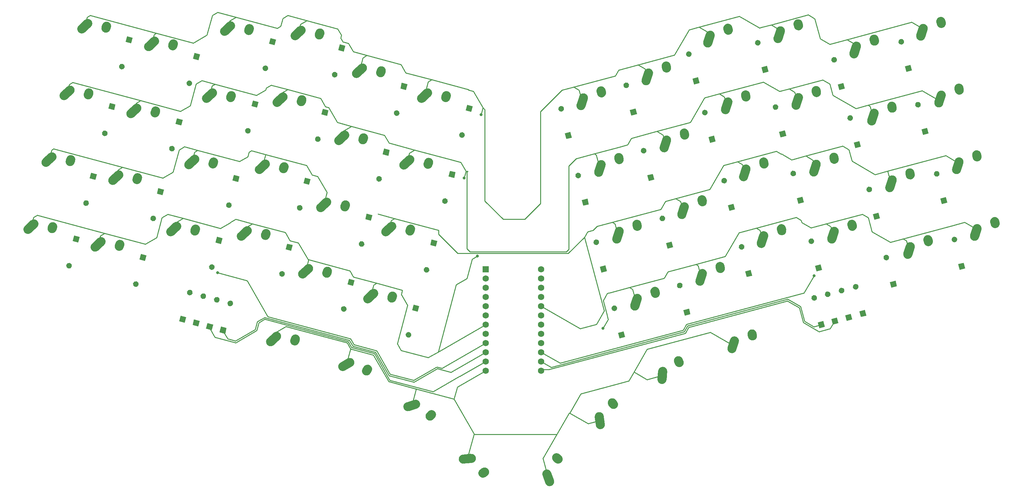
<source format=gbr>
%TF.GenerationSoftware,KiCad,Pcbnew,(5.1.9)-1*%
%TF.CreationDate,2021-03-13T12:52:02-07:00*%
%TF.ProjectId,Pteron56v0,50746572-6f6e-4353-9676-302e6b696361,rev?*%
%TF.SameCoordinates,Original*%
%TF.FileFunction,Copper,L2,Bot*%
%TF.FilePolarity,Positive*%
%FSLAX46Y46*%
G04 Gerber Fmt 4.6, Leading zero omitted, Abs format (unit mm)*
G04 Created by KiCad (PCBNEW (5.1.9)-1) date 2021-03-13 12:52:02*
%MOMM*%
%LPD*%
G01*
G04 APERTURE LIST*
%TA.AperFunction,ComponentPad*%
%ADD10R,1.752600X1.752600*%
%TD*%
%TA.AperFunction,ComponentPad*%
%ADD11C,1.752600*%
%TD*%
%TA.AperFunction,ComponentPad*%
%ADD12C,0.100000*%
%TD*%
%TA.AperFunction,ViaPad*%
%ADD13C,0.800000*%
%TD*%
%TA.AperFunction,Conductor*%
%ADD14C,0.250000*%
%TD*%
G04 APERTURE END LIST*
D10*
%TO.P,U1,1*%
%TO.N,/Row0*%
X137434865Y-104187501D03*
D11*
%TO.P,U1,2*%
%TO.N,/Row1*%
X137434865Y-106727501D03*
%TO.P,U1,3*%
%TO.N,Net-(U1-Pad3)*%
X137434865Y-109267501D03*
%TO.P,U1,4*%
%TO.N,Net-(U1-Pad4)*%
X137434865Y-111807501D03*
%TO.P,U1,5*%
%TO.N,/Col6*%
X137434865Y-114347501D03*
%TO.P,U1,6*%
%TO.N,/Col7*%
X137434865Y-116887501D03*
%TO.P,U1,7*%
%TO.N,/Row3*%
X137434865Y-119427501D03*
%TO.P,U1,8*%
%TO.N,/Col8*%
X137434865Y-121967501D03*
%TO.P,U1,9*%
%TO.N,/Col9*%
X137434865Y-124507501D03*
%TO.P,U1,10*%
%TO.N,/Col11*%
X137434865Y-127047501D03*
%TO.P,U1,11*%
%TO.N,/Col10*%
X137434865Y-129587501D03*
%TO.P,U1,12*%
%TO.N,/Row4*%
X137434865Y-132127501D03*
%TO.P,U1,13*%
%TO.N,/Col1*%
X152674865Y-132127501D03*
%TO.P,U1,14*%
%TO.N,/Col0*%
X152674865Y-129587501D03*
%TO.P,U1,15*%
%TO.N,/Col2*%
X152674865Y-127047501D03*
%TO.P,U1,16*%
%TO.N,/Col3*%
X152674865Y-124507501D03*
%TO.P,U1,17*%
%TO.N,/Col4*%
X152674865Y-121967501D03*
%TO.P,U1,18*%
%TO.N,/Col5*%
X152674865Y-119427501D03*
%TO.P,U1,19*%
%TO.N,Net-(U1-Pad19)*%
X152674865Y-116887501D03*
%TO.P,U1,20*%
%TO.N,/Row2*%
X152674865Y-114347501D03*
%TO.P,U1,21*%
%TO.N,Net-(U1-Pad21)*%
X152674865Y-111807501D03*
%TO.P,U1,22*%
%TO.N,Net-(U1-Pad22)*%
X152674865Y-109267501D03*
%TO.P,U1,23*%
%TO.N,Net-(U1-Pad23)*%
X152674865Y-106727501D03*
%TO.P,U1,24*%
%TO.N,Net-(U1-Pad24)*%
X152674865Y-104187501D03*
%TD*%
%TO.P,SW11,1*%
%TO.N,/Row0*%
%TA.AperFunction,ComponentPad*%
G36*
G01*
X216638927Y-40302473D02*
X217315515Y-38156609D01*
G75*
G02*
X218883543Y-37340345I1192146J-375882D01*
G01*
X218883543Y-37340345D01*
G75*
G02*
X219699807Y-38908373I-375882J-1192146D01*
G01*
X219023219Y-41054237D01*
G75*
G02*
X217455191Y-41870501I-1192146J375882D01*
G01*
X217455191Y-41870501D01*
G75*
G02*
X216638927Y-40302473I375882J1192146D01*
G01*
G37*
%TD.AperFunction*%
%TO.P,SW11,2*%
%TO.N,Net-(D11-Pad2)*%
%TA.AperFunction,ComponentPad*%
G36*
G01*
X222248104Y-37409244D02*
X222136442Y-36840094D01*
G75*
G02*
X223122406Y-35372826I1226616J240652D01*
G01*
X223122406Y-35372826D01*
G75*
G02*
X224589674Y-36358790I240652J-1226616D01*
G01*
X224701336Y-36927940D01*
G75*
G02*
X223715372Y-38395208I-1226616J-240652D01*
G01*
X223715372Y-38395208D01*
G75*
G02*
X222248104Y-37409244I-240652J1226616D01*
G01*
G37*
%TD.AperFunction*%
%TD*%
%TO.P,SW1,1*%
%TO.N,/Row0*%
%TA.AperFunction,ComponentPad*%
G36*
G01*
X255920175Y-39646221D02*
X256596763Y-37500357D01*
G75*
G02*
X258164791Y-36684093I1192146J-375882D01*
G01*
X258164791Y-36684093D01*
G75*
G02*
X258981055Y-38252121I-375882J-1192146D01*
G01*
X258304467Y-40397985D01*
G75*
G02*
X256736439Y-41214249I-1192146J375882D01*
G01*
X256736439Y-41214249D01*
G75*
G02*
X255920175Y-39646221I375882J1192146D01*
G01*
G37*
%TD.AperFunction*%
%TO.P,SW1,2*%
%TO.N,Net-(D1-Pad2)*%
%TA.AperFunction,ComponentPad*%
G36*
G01*
X261529352Y-36752992D02*
X261417690Y-36183842D01*
G75*
G02*
X262403654Y-34716574I1226616J240652D01*
G01*
X262403654Y-34716574D01*
G75*
G02*
X263870922Y-35702538I240652J-1226616D01*
G01*
X263982584Y-36271688D01*
G75*
G02*
X262996620Y-37738956I-1226616J-240652D01*
G01*
X262996620Y-37738956D01*
G75*
G02*
X261529352Y-36752992I-240652J1226616D01*
G01*
G37*
%TD.AperFunction*%
%TD*%
%TO.P,SW17,2*%
%TO.N,Net-(D17-Pad2)*%
%TA.AperFunction,ComponentPad*%
G36*
G01*
X207810605Y-57002993D02*
X207698943Y-56433843D01*
G75*
G02*
X208684907Y-54966575I1226616J240652D01*
G01*
X208684907Y-54966575D01*
G75*
G02*
X210152175Y-55952539I240652J-1226616D01*
G01*
X210263837Y-56521689D01*
G75*
G02*
X209277873Y-57988957I-1226616J-240652D01*
G01*
X209277873Y-57988957D01*
G75*
G02*
X207810605Y-57002993I-240652J1226616D01*
G01*
G37*
%TD.AperFunction*%
%TO.P,SW17,1*%
%TO.N,/Row1*%
%TA.AperFunction,ComponentPad*%
G36*
G01*
X202201428Y-59896222D02*
X202878016Y-57750358D01*
G75*
G02*
X204446044Y-56934094I1192146J-375882D01*
G01*
X204446044Y-56934094D01*
G75*
G02*
X205262308Y-58502122I-375882J-1192146D01*
G01*
X204585720Y-60647986D01*
G75*
G02*
X203017692Y-61464250I-1192146J375882D01*
G01*
X203017692Y-61464250D01*
G75*
G02*
X202201428Y-59896222I375882J1192146D01*
G01*
G37*
%TD.AperFunction*%
%TD*%
%TO.P,SW15,1*%
%TO.N,/Row4*%
%TA.AperFunction,ComponentPad*%
G36*
G01*
X167719699Y-147181098D02*
X167426015Y-144950348D01*
G75*
G02*
X168502163Y-143547884I1239306J163158D01*
G01*
X168502163Y-143547884D01*
G75*
G02*
X169904627Y-144624032I163158J-1239306D01*
G01*
X170198311Y-146854782D01*
G75*
G02*
X169122163Y-148257246I-1239306J-163158D01*
G01*
X169122163Y-148257246D01*
G75*
G02*
X167719699Y-147181098I-163158J1239306D01*
G01*
G37*
%TD.AperFunction*%
%TO.P,SW15,2*%
%TO.N,Net-(D15-Pad2)*%
%TA.AperFunction,ComponentPad*%
G36*
G01*
X171580609Y-142188402D02*
X171238875Y-141719768D01*
G75*
G02*
X171512367Y-139973286I1009987J736495D01*
G01*
X171512367Y-139973286D01*
G75*
G02*
X173258849Y-140246778I736495J-1009987D01*
G01*
X173600583Y-140715412D01*
G75*
G02*
X173327091Y-142461894I-1009987J-736495D01*
G01*
X173327091Y-142461894D01*
G75*
G02*
X171580609Y-142188402I-736495J1009987D01*
G01*
G37*
%TD.AperFunction*%
%TD*%
%TO.P,D1,2*%
%TO.N,Net-(D1-Pad2)*%
%TA.AperFunction,ComponentPad*%
G36*
G01*
X251959354Y-42325412D02*
X251959354Y-42325412D01*
G75*
G02*
X250979558Y-41759726I-207055J772741D01*
G01*
X250979558Y-41759726D01*
G75*
G02*
X251545244Y-40779930I772741J207055D01*
G01*
X251545244Y-40779930D01*
G75*
G02*
X252525040Y-41345616I207055J-772741D01*
G01*
X252525040Y-41345616D01*
G75*
G02*
X251959354Y-42325412I-772741J-207055D01*
G01*
G37*
%TD.AperFunction*%
%TA.AperFunction,ComponentPad*%
D12*
%TO.P,D1,1*%
%TO.N,/Col0*%
G36*
X254704296Y-49478711D02*
G01*
X253158815Y-49892822D01*
X252744704Y-48347341D01*
X254290185Y-47933230D01*
X254704296Y-49478711D01*
G37*
%TD.AperFunction*%
%TD*%
%TA.AperFunction,ComponentPad*%
%TO.P,D2,1*%
%TO.N,/Col0*%
G36*
X259298049Y-66822459D02*
G01*
X257752568Y-67236570D01*
X257338457Y-65691089D01*
X258883938Y-65276978D01*
X259298049Y-66822459D01*
G37*
%TD.AperFunction*%
%TO.P,D2,2*%
%TO.N,Net-(D2-Pad2)*%
%TA.AperFunction,ComponentPad*%
G36*
G01*
X256553107Y-59669160D02*
X256553107Y-59669160D01*
G75*
G02*
X255573311Y-59103474I-207055J772741D01*
G01*
X255573311Y-59103474D01*
G75*
G02*
X256138997Y-58123678I772741J207055D01*
G01*
X256138997Y-58123678D01*
G75*
G02*
X257118793Y-58689364I207055J-772741D01*
G01*
X257118793Y-58689364D01*
G75*
G02*
X256553107Y-59669160I-772741J-207055D01*
G01*
G37*
%TD.AperFunction*%
%TD*%
%TA.AperFunction,ComponentPad*%
%TO.P,D3,1*%
%TO.N,/Col0*%
G36*
X264454292Y-85853709D02*
G01*
X262908811Y-86267820D01*
X262494700Y-84722339D01*
X264040181Y-84308228D01*
X264454292Y-85853709D01*
G37*
%TD.AperFunction*%
%TO.P,D3,2*%
%TO.N,Net-(D3-Pad2)*%
%TA.AperFunction,ComponentPad*%
G36*
G01*
X261709350Y-78700410D02*
X261709350Y-78700410D01*
G75*
G02*
X260729554Y-78134724I-207055J772741D01*
G01*
X260729554Y-78134724D01*
G75*
G02*
X261295240Y-77154928I772741J207055D01*
G01*
X261295240Y-77154928D01*
G75*
G02*
X262275036Y-77720614I207055J-772741D01*
G01*
X262275036Y-77720614D01*
G75*
G02*
X261709350Y-78700410I-772741J-207055D01*
G01*
G37*
%TD.AperFunction*%
%TD*%
%TO.P,D4,2*%
%TO.N,Net-(D4-Pad2)*%
%TA.AperFunction,ComponentPad*%
G36*
G01*
X266584353Y-96794163D02*
X266584353Y-96794163D01*
G75*
G02*
X265604557Y-96228477I-207055J772741D01*
G01*
X265604557Y-96228477D01*
G75*
G02*
X266170243Y-95248681I772741J207055D01*
G01*
X266170243Y-95248681D01*
G75*
G02*
X267150039Y-95814367I207055J-772741D01*
G01*
X267150039Y-95814367D01*
G75*
G02*
X266584353Y-96794163I-772741J-207055D01*
G01*
G37*
%TD.AperFunction*%
%TA.AperFunction,ComponentPad*%
%TO.P,D4,1*%
%TO.N,/Col0*%
G36*
X269329295Y-103947462D02*
G01*
X267783814Y-104361573D01*
X267369703Y-102816092D01*
X268915184Y-102401981D01*
X269329295Y-103947462D01*
G37*
%TD.AperFunction*%
%TD*%
%TO.P,D5,2*%
%TO.N,Net-(D5-Pad2)*%
%TA.AperFunction,ComponentPad*%
G36*
G01*
X228008743Y-112871910D02*
X228008743Y-112871910D01*
G75*
G02*
X227028947Y-112306224I-207055J772741D01*
G01*
X227028947Y-112306224D01*
G75*
G02*
X227594633Y-111326428I772741J207055D01*
G01*
X227594633Y-111326428D01*
G75*
G02*
X228574429Y-111892114I207055J-772741D01*
G01*
X228574429Y-111892114D01*
G75*
G02*
X228008743Y-112871910I-772741J-207055D01*
G01*
G37*
%TD.AperFunction*%
%TA.AperFunction,ComponentPad*%
%TO.P,D5,1*%
%TO.N,/Col0*%
G36*
X230753685Y-120025209D02*
G01*
X229208204Y-120439320D01*
X228794093Y-118893839D01*
X230339574Y-118479728D01*
X230753685Y-120025209D01*
G37*
%TD.AperFunction*%
%TD*%
%TA.AperFunction,ComponentPad*%
%TO.P,D6,1*%
%TO.N,/Col1*%
G36*
X236235547Y-54447457D02*
G01*
X234690066Y-54861568D01*
X234275955Y-53316087D01*
X235821436Y-52901976D01*
X236235547Y-54447457D01*
G37*
%TD.AperFunction*%
%TO.P,D6,2*%
%TO.N,Net-(D6-Pad2)*%
%TA.AperFunction,ComponentPad*%
G36*
G01*
X233490605Y-47294158D02*
X233490605Y-47294158D01*
G75*
G02*
X232510809Y-46728472I-207055J772741D01*
G01*
X232510809Y-46728472D01*
G75*
G02*
X233076495Y-45748676I772741J207055D01*
G01*
X233076495Y-45748676D01*
G75*
G02*
X234056291Y-46314362I207055J-772741D01*
G01*
X234056291Y-46314362D01*
G75*
G02*
X233490605Y-47294158I-772741J-207055D01*
G01*
G37*
%TD.AperFunction*%
%TD*%
%TO.P,D7,2*%
%TO.N,Net-(D7-Pad2)*%
%TA.AperFunction,ComponentPad*%
G36*
G01*
X237896855Y-63325410D02*
X237896855Y-63325410D01*
G75*
G02*
X236917059Y-62759724I-207055J772741D01*
G01*
X236917059Y-62759724D01*
G75*
G02*
X237482745Y-61779928I772741J207055D01*
G01*
X237482745Y-61779928D01*
G75*
G02*
X238462541Y-62345614I207055J-772741D01*
G01*
X238462541Y-62345614D01*
G75*
G02*
X237896855Y-63325410I-772741J-207055D01*
G01*
G37*
%TD.AperFunction*%
%TA.AperFunction,ComponentPad*%
%TO.P,D7,1*%
%TO.N,/Col1*%
G36*
X240641797Y-70478709D02*
G01*
X239096316Y-70892820D01*
X238682205Y-69347339D01*
X240227686Y-68933228D01*
X240641797Y-70478709D01*
G37*
%TD.AperFunction*%
%TD*%
%TO.P,D8,2*%
%TO.N,Net-(D8-Pad2)*%
%TA.AperFunction,ComponentPad*%
G36*
G01*
X243146855Y-83012915D02*
X243146855Y-83012915D01*
G75*
G02*
X242167059Y-82447229I-207055J772741D01*
G01*
X242167059Y-82447229D01*
G75*
G02*
X242732745Y-81467433I772741J207055D01*
G01*
X242732745Y-81467433D01*
G75*
G02*
X243712541Y-82033119I207055J-772741D01*
G01*
X243712541Y-82033119D01*
G75*
G02*
X243146855Y-83012915I-772741J-207055D01*
G01*
G37*
%TD.AperFunction*%
%TA.AperFunction,ComponentPad*%
%TO.P,D8,1*%
%TO.N,/Col1*%
G36*
X245891797Y-90166214D02*
G01*
X244346316Y-90580325D01*
X243932205Y-89034844D01*
X245477686Y-88620733D01*
X245891797Y-90166214D01*
G37*
%TD.AperFunction*%
%TD*%
%TA.AperFunction,ComponentPad*%
%TO.P,D9,1*%
%TO.N,/Col1*%
G36*
X250579296Y-108916210D02*
G01*
X249033815Y-109330321D01*
X248619704Y-107784840D01*
X250165185Y-107370729D01*
X250579296Y-108916210D01*
G37*
%TD.AperFunction*%
%TO.P,D9,2*%
%TO.N,Net-(D9-Pad2)*%
%TA.AperFunction,ComponentPad*%
G36*
G01*
X247834354Y-101762911D02*
X247834354Y-101762911D01*
G75*
G02*
X246854558Y-101197225I-207055J772741D01*
G01*
X246854558Y-101197225D01*
G75*
G02*
X247420244Y-100217429I772741J207055D01*
G01*
X247420244Y-100217429D01*
G75*
G02*
X248400040Y-100783115I207055J-772741D01*
G01*
X248400040Y-100783115D01*
G75*
G02*
X247834354Y-101762911I-772741J-207055D01*
G01*
G37*
%TD.AperFunction*%
%TD*%
%TA.AperFunction,ComponentPad*%
%TO.P,D10,1*%
%TO.N,/Col1*%
G36*
X234466456Y-119030373D02*
G01*
X232920975Y-119444484D01*
X232506864Y-117899003D01*
X234052345Y-117484892D01*
X234466456Y-119030373D01*
G37*
%TD.AperFunction*%
%TO.P,D10,2*%
%TO.N,Net-(D10-Pad2)*%
%TA.AperFunction,ComponentPad*%
G36*
G01*
X231721514Y-111877074D02*
X231721514Y-111877074D01*
G75*
G02*
X230741718Y-111311388I-207055J772741D01*
G01*
X230741718Y-111311388D01*
G75*
G02*
X231307404Y-110331592I772741J207055D01*
G01*
X231307404Y-110331592D01*
G75*
G02*
X232287200Y-110897278I207055J-772741D01*
G01*
X232287200Y-110897278D01*
G75*
G02*
X231721514Y-111877074I-772741J-207055D01*
G01*
G37*
%TD.AperFunction*%
%TD*%
%TO.P,D11,2*%
%TO.N,Net-(D11-Pad2)*%
%TA.AperFunction,ComponentPad*%
G36*
G01*
X212490602Y-42606661D02*
X212490602Y-42606661D01*
G75*
G02*
X211510806Y-42040975I-207055J772741D01*
G01*
X211510806Y-42040975D01*
G75*
G02*
X212076492Y-41061179I772741J207055D01*
G01*
X212076492Y-41061179D01*
G75*
G02*
X213056288Y-41626865I207055J-772741D01*
G01*
X213056288Y-41626865D01*
G75*
G02*
X212490602Y-42606661I-772741J-207055D01*
G01*
G37*
%TD.AperFunction*%
%TA.AperFunction,ComponentPad*%
%TO.P,D11,1*%
%TO.N,/Col2*%
G36*
X215235544Y-49759960D02*
G01*
X213690063Y-50174071D01*
X213275952Y-48628590D01*
X214821433Y-48214479D01*
X215235544Y-49759960D01*
G37*
%TD.AperFunction*%
%TD*%
%TA.AperFunction,ComponentPad*%
%TO.P,D12,1*%
%TO.N,/Col2*%
G36*
X220110550Y-67478709D02*
G01*
X218565069Y-67892820D01*
X218150958Y-66347339D01*
X219696439Y-65933228D01*
X220110550Y-67478709D01*
G37*
%TD.AperFunction*%
%TO.P,D12,2*%
%TO.N,Net-(D12-Pad2)*%
%TA.AperFunction,ComponentPad*%
G36*
G01*
X217365608Y-60325410D02*
X217365608Y-60325410D01*
G75*
G02*
X216385812Y-59759724I-207055J772741D01*
G01*
X216385812Y-59759724D01*
G75*
G02*
X216951498Y-58779928I772741J207055D01*
G01*
X216951498Y-58779928D01*
G75*
G02*
X217931294Y-59345614I207055J-772741D01*
G01*
X217931294Y-59345614D01*
G75*
G02*
X217365608Y-60325410I-772741J-207055D01*
G01*
G37*
%TD.AperFunction*%
%TD*%
%TO.P,D13,2*%
%TO.N,Net-(D13-Pad2)*%
%TA.AperFunction,ComponentPad*%
G36*
G01*
X222240606Y-78606664D02*
X222240606Y-78606664D01*
G75*
G02*
X221260810Y-78040978I-207055J772741D01*
G01*
X221260810Y-78040978D01*
G75*
G02*
X221826496Y-77061182I772741J207055D01*
G01*
X221826496Y-77061182D01*
G75*
G02*
X222806292Y-77626868I207055J-772741D01*
G01*
X222806292Y-77626868D01*
G75*
G02*
X222240606Y-78606664I-772741J-207055D01*
G01*
G37*
%TD.AperFunction*%
%TA.AperFunction,ComponentPad*%
%TO.P,D13,1*%
%TO.N,/Col2*%
G36*
X224985548Y-85759963D02*
G01*
X223440067Y-86174074D01*
X223025956Y-84628593D01*
X224571437Y-84214482D01*
X224985548Y-85759963D01*
G37*
%TD.AperFunction*%
%TD*%
%TA.AperFunction,ComponentPad*%
%TO.P,D14,1*%
%TO.N,/Col2*%
G36*
X229954296Y-104416214D02*
G01*
X228408815Y-104830325D01*
X227994704Y-103284844D01*
X229540185Y-102870733D01*
X229954296Y-104416214D01*
G37*
%TD.AperFunction*%
%TO.P,D14,2*%
%TO.N,Net-(D14-Pad2)*%
%TA.AperFunction,ComponentPad*%
G36*
G01*
X227209354Y-97262915D02*
X227209354Y-97262915D01*
G75*
G02*
X226229558Y-96697229I-207055J772741D01*
G01*
X226229558Y-96697229D01*
G75*
G02*
X226795244Y-95717433I772741J207055D01*
G01*
X226795244Y-95717433D01*
G75*
G02*
X227775040Y-96283119I207055J-772741D01*
G01*
X227775040Y-96283119D01*
G75*
G02*
X227209354Y-97262915I-772741J-207055D01*
G01*
G37*
%TD.AperFunction*%
%TD*%
%TO.P,D15,2*%
%TO.N,Net-(D15-Pad2)*%
%TA.AperFunction,ComponentPad*%
G36*
G01*
X235524848Y-110857976D02*
X235524848Y-110857976D01*
G75*
G02*
X234545052Y-110292290I-207055J772741D01*
G01*
X234545052Y-110292290D01*
G75*
G02*
X235110738Y-109312494I772741J207055D01*
G01*
X235110738Y-109312494D01*
G75*
G02*
X236090534Y-109878180I207055J-772741D01*
G01*
X236090534Y-109878180D01*
G75*
G02*
X235524848Y-110857976I-772741J-207055D01*
G01*
G37*
%TD.AperFunction*%
%TA.AperFunction,ComponentPad*%
%TO.P,D15,1*%
%TO.N,/Col2*%
G36*
X238269790Y-118011275D02*
G01*
X236724309Y-118425386D01*
X236310198Y-116879905D01*
X237855679Y-116465794D01*
X238269790Y-118011275D01*
G37*
%TD.AperFunction*%
%TD*%
%TA.AperFunction,ComponentPad*%
%TO.P,D16,1*%
%TO.N,/Col3*%
G36*
X196263244Y-52882919D02*
G01*
X194717763Y-53297030D01*
X194303652Y-51751549D01*
X195849133Y-51337438D01*
X196263244Y-52882919D01*
G37*
%TD.AperFunction*%
%TO.P,D16,2*%
%TO.N,Net-(D16-Pad2)*%
%TA.AperFunction,ComponentPad*%
G36*
G01*
X193518302Y-45729620D02*
X193518302Y-45729620D01*
G75*
G02*
X192538506Y-45163934I-207055J772741D01*
G01*
X192538506Y-45163934D01*
G75*
G02*
X193104192Y-44184138I772741J207055D01*
G01*
X193104192Y-44184138D01*
G75*
G02*
X194083988Y-44749824I207055J-772741D01*
G01*
X194083988Y-44749824D01*
G75*
G02*
X193518302Y-45729620I-772741J-207055D01*
G01*
G37*
%TD.AperFunction*%
%TD*%
%TO.P,D17,2*%
%TO.N,Net-(D17-Pad2)*%
%TA.AperFunction,ComponentPad*%
G36*
G01*
X197927903Y-61824248D02*
X197927903Y-61824248D01*
G75*
G02*
X196948107Y-61258562I-207055J772741D01*
G01*
X196948107Y-61258562D01*
G75*
G02*
X197513793Y-60278766I772741J207055D01*
G01*
X197513793Y-60278766D01*
G75*
G02*
X198493589Y-60844452I207055J-772741D01*
G01*
X198493589Y-60844452D01*
G75*
G02*
X197927903Y-61824248I-772741J-207055D01*
G01*
G37*
%TD.AperFunction*%
%TA.AperFunction,ComponentPad*%
%TO.P,D17,1*%
%TO.N,/Col3*%
G36*
X200672845Y-68977547D02*
G01*
X199127364Y-69391658D01*
X198713253Y-67846177D01*
X200258734Y-67432066D01*
X200672845Y-68977547D01*
G37*
%TD.AperFunction*%
%TD*%
%TA.AperFunction,ComponentPad*%
%TO.P,D18,1*%
%TO.N,/Col3*%
G36*
X205991481Y-87740308D02*
G01*
X204446000Y-88154419D01*
X204031889Y-86608938D01*
X205577370Y-86194827D01*
X205991481Y-87740308D01*
G37*
%TD.AperFunction*%
%TO.P,D18,2*%
%TO.N,Net-(D18-Pad2)*%
%TA.AperFunction,ComponentPad*%
G36*
G01*
X203246539Y-80587009D02*
X203246539Y-80587009D01*
G75*
G02*
X202266743Y-80021323I-207055J772741D01*
G01*
X202266743Y-80021323D01*
G75*
G02*
X202832429Y-79041527I772741J207055D01*
G01*
X202832429Y-79041527D01*
G75*
G02*
X203812225Y-79607213I207055J-772741D01*
G01*
X203812225Y-79607213D01*
G75*
G02*
X203246539Y-80587009I-772741J-207055D01*
G01*
G37*
%TD.AperFunction*%
%TD*%
%TA.AperFunction,ComponentPad*%
%TO.P,D19,1*%
%TO.N,/Col3*%
G36*
X210778045Y-105966235D02*
G01*
X209232564Y-106380346D01*
X208818453Y-104834865D01*
X210363934Y-104420754D01*
X210778045Y-105966235D01*
G37*
%TD.AperFunction*%
%TO.P,D19,2*%
%TO.N,Net-(D19-Pad2)*%
%TA.AperFunction,ComponentPad*%
G36*
G01*
X208033103Y-98812936D02*
X208033103Y-98812936D01*
G75*
G02*
X207053307Y-98247250I-207055J772741D01*
G01*
X207053307Y-98247250D01*
G75*
G02*
X207618993Y-97267454I772741J207055D01*
G01*
X207618993Y-97267454D01*
G75*
G02*
X208598789Y-97833140I207055J-772741D01*
G01*
X208598789Y-97833140D01*
G75*
G02*
X208033103Y-98812936I-772741J-207055D01*
G01*
G37*
%TD.AperFunction*%
%TD*%
%TA.AperFunction,ComponentPad*%
%TO.P,D20,1*%
%TO.N,/Col3*%
G36*
X242163681Y-116967910D02*
G01*
X240618200Y-117382021D01*
X240204089Y-115836540D01*
X241749570Y-115422429D01*
X242163681Y-116967910D01*
G37*
%TD.AperFunction*%
%TO.P,D20,2*%
%TO.N,Net-(D20-Pad2)*%
%TA.AperFunction,ComponentPad*%
G36*
G01*
X239418739Y-109814611D02*
X239418739Y-109814611D01*
G75*
G02*
X238438943Y-109248925I-207055J772741D01*
G01*
X238438943Y-109248925D01*
G75*
G02*
X239004629Y-108269129I772741J207055D01*
G01*
X239004629Y-108269129D01*
G75*
G02*
X239984425Y-108834815I207055J-772741D01*
G01*
X239984425Y-108834815D01*
G75*
G02*
X239418739Y-109814611I-772741J-207055D01*
G01*
G37*
%TD.AperFunction*%
%TD*%
%TO.P,D21,2*%
%TO.N,Net-(D21-Pad2)*%
%TA.AperFunction,ComponentPad*%
G36*
G01*
X176303106Y-54325410D02*
X176303106Y-54325410D01*
G75*
G02*
X175323310Y-53759724I-207055J772741D01*
G01*
X175323310Y-53759724D01*
G75*
G02*
X175888996Y-52779928I772741J207055D01*
G01*
X175888996Y-52779928D01*
G75*
G02*
X176868792Y-53345614I207055J-772741D01*
G01*
X176868792Y-53345614D01*
G75*
G02*
X176303106Y-54325410I-772741J-207055D01*
G01*
G37*
%TD.AperFunction*%
%TA.AperFunction,ComponentPad*%
%TO.P,D21,1*%
%TO.N,/Col4*%
G36*
X179048048Y-61478709D02*
G01*
X177502567Y-61892820D01*
X177088456Y-60347339D01*
X178633937Y-59933228D01*
X179048048Y-61478709D01*
G37*
%TD.AperFunction*%
%TD*%
%TA.AperFunction,ComponentPad*%
%TO.P,D22,1*%
%TO.N,/Col4*%
G36*
X183829302Y-79478712D02*
G01*
X182283821Y-79892823D01*
X181869710Y-78347342D01*
X183415191Y-77933231D01*
X183829302Y-79478712D01*
G37*
%TD.AperFunction*%
%TO.P,D22,2*%
%TO.N,Net-(D22-Pad2)*%
%TA.AperFunction,ComponentPad*%
G36*
G01*
X181084360Y-72325413D02*
X181084360Y-72325413D01*
G75*
G02*
X180104564Y-71759727I-207055J772741D01*
G01*
X180104564Y-71759727D01*
G75*
G02*
X180670250Y-70779931I772741J207055D01*
G01*
X180670250Y-70779931D01*
G75*
G02*
X181650046Y-71345617I207055J-772741D01*
G01*
X181650046Y-71345617D01*
G75*
G02*
X181084360Y-72325413I-772741J-207055D01*
G01*
G37*
%TD.AperFunction*%
%TD*%
%TA.AperFunction,ComponentPad*%
%TO.P,D23,1*%
%TO.N,/Col4*%
G36*
X188985545Y-98134959D02*
G01*
X187440064Y-98549070D01*
X187025953Y-97003589D01*
X188571434Y-96589478D01*
X188985545Y-98134959D01*
G37*
%TD.AperFunction*%
%TO.P,D23,2*%
%TO.N,Net-(D23-Pad2)*%
%TA.AperFunction,ComponentPad*%
G36*
G01*
X186240603Y-90981660D02*
X186240603Y-90981660D01*
G75*
G02*
X185260807Y-90415974I-207055J772741D01*
G01*
X185260807Y-90415974D01*
G75*
G02*
X185826493Y-89436178I772741J207055D01*
G01*
X185826493Y-89436178D01*
G75*
G02*
X186806289Y-90001864I207055J-772741D01*
G01*
X186806289Y-90001864D01*
G75*
G02*
X186240603Y-90981660I-772741J-207055D01*
G01*
G37*
%TD.AperFunction*%
%TD*%
%TO.P,D24,2*%
%TO.N,Net-(D24-Pad2)*%
%TA.AperFunction,ComponentPad*%
G36*
G01*
X191021847Y-109450411D02*
X191021847Y-109450411D01*
G75*
G02*
X190042051Y-108884725I-207055J772741D01*
G01*
X190042051Y-108884725D01*
G75*
G02*
X190607737Y-107904929I772741J207055D01*
G01*
X190607737Y-107904929D01*
G75*
G02*
X191587533Y-108470615I207055J-772741D01*
G01*
X191587533Y-108470615D01*
G75*
G02*
X191021847Y-109450411I-772741J-207055D01*
G01*
G37*
%TD.AperFunction*%
%TA.AperFunction,ComponentPad*%
%TO.P,D24,1*%
%TO.N,/Col4*%
G36*
X193766789Y-116603710D02*
G01*
X192221308Y-117017821D01*
X191807197Y-115472340D01*
X193352678Y-115058229D01*
X193766789Y-116603710D01*
G37*
%TD.AperFunction*%
%TD*%
%TA.AperFunction,ComponentPad*%
%TO.P,D25,1*%
%TO.N,/Col5*%
G36*
X161141799Y-67947460D02*
G01*
X159596318Y-68361571D01*
X159182207Y-66816090D01*
X160727688Y-66401979D01*
X161141799Y-67947460D01*
G37*
%TD.AperFunction*%
%TO.P,D25,2*%
%TO.N,Net-(D25-Pad2)*%
%TA.AperFunction,ComponentPad*%
G36*
G01*
X158396857Y-60794161D02*
X158396857Y-60794161D01*
G75*
G02*
X157417061Y-60228475I-207055J772741D01*
G01*
X157417061Y-60228475D01*
G75*
G02*
X157982747Y-59248679I772741J207055D01*
G01*
X157982747Y-59248679D01*
G75*
G02*
X158962543Y-59814365I207055J-772741D01*
G01*
X158962543Y-59814365D01*
G75*
G02*
X158396857Y-60794161I-772741J-207055D01*
G01*
G37*
%TD.AperFunction*%
%TD*%
%TO.P,D26,2*%
%TO.N,Net-(D26-Pad2)*%
%TA.AperFunction,ComponentPad*%
G36*
G01*
X163084352Y-79169160D02*
X163084352Y-79169160D01*
G75*
G02*
X162104556Y-78603474I-207055J772741D01*
G01*
X162104556Y-78603474D01*
G75*
G02*
X162670242Y-77623678I772741J207055D01*
G01*
X162670242Y-77623678D01*
G75*
G02*
X163650038Y-78189364I207055J-772741D01*
G01*
X163650038Y-78189364D01*
G75*
G02*
X163084352Y-79169160I-772741J-207055D01*
G01*
G37*
%TD.AperFunction*%
%TA.AperFunction,ComponentPad*%
%TO.P,D26,1*%
%TO.N,/Col5*%
G36*
X165829294Y-86322459D02*
G01*
X164283813Y-86736570D01*
X163869702Y-85191089D01*
X165415183Y-84776978D01*
X165829294Y-86322459D01*
G37*
%TD.AperFunction*%
%TD*%
%TA.AperFunction,ComponentPad*%
%TO.P,D27,1*%
%TO.N,/Col5*%
G36*
X170798052Y-104697459D02*
G01*
X169252571Y-105111570D01*
X168838460Y-103566089D01*
X170383941Y-103151978D01*
X170798052Y-104697459D01*
G37*
%TD.AperFunction*%
%TO.P,D27,2*%
%TO.N,Net-(D27-Pad2)*%
%TA.AperFunction,ComponentPad*%
G36*
G01*
X168053110Y-97544160D02*
X168053110Y-97544160D01*
G75*
G02*
X167073314Y-96978474I-207055J772741D01*
G01*
X167073314Y-96978474D01*
G75*
G02*
X167639000Y-95998678I772741J207055D01*
G01*
X167639000Y-95998678D01*
G75*
G02*
X168618796Y-96564364I207055J-772741D01*
G01*
X168618796Y-96564364D01*
G75*
G02*
X168053110Y-97544160I-772741J-207055D01*
G01*
G37*
%TD.AperFunction*%
%TD*%
%TA.AperFunction,ComponentPad*%
%TO.P,D28,1*%
%TO.N,/Col5*%
G36*
X175766796Y-122884959D02*
G01*
X174221315Y-123299070D01*
X173807204Y-121753589D01*
X175352685Y-121339478D01*
X175766796Y-122884959D01*
G37*
%TD.AperFunction*%
%TO.P,D28,2*%
%TO.N,Net-(D28-Pad2)*%
%TA.AperFunction,ComponentPad*%
G36*
G01*
X173021854Y-115731660D02*
X173021854Y-115731660D01*
G75*
G02*
X172042058Y-115165974I-207055J772741D01*
G01*
X172042058Y-115165974D01*
G75*
G02*
X172607744Y-114186178I772741J207055D01*
G01*
X172607744Y-114186178D01*
G75*
G02*
X173587540Y-114751864I207055J-772741D01*
G01*
X173587540Y-114751864D01*
G75*
G02*
X173021854Y-115731660I-772741J-207055D01*
G01*
G37*
%TD.AperFunction*%
%TD*%
%TO.P,D29,2*%
%TO.N,Net-(D29-Pad2)*%
%TA.AperFunction,ComponentPad*%
G36*
G01*
X131115605Y-66469387D02*
X131115605Y-66469387D01*
G75*
G02*
X131681291Y-67449183I-207055J-772741D01*
G01*
X131681291Y-67449183D01*
G75*
G02*
X130701495Y-68014869I-772741J207055D01*
G01*
X130701495Y-68014869D01*
G75*
G02*
X130135809Y-67035073I207055J772741D01*
G01*
X130135809Y-67035073D01*
G75*
G02*
X131115605Y-66469387I772741J-207055D01*
G01*
G37*
%TD.AperFunction*%
%TA.AperFunction,ComponentPad*%
%TO.P,D29,1*%
%TO.N,/Col6*%
G36*
X132315066Y-58901977D02*
G01*
X133860547Y-59316088D01*
X133446436Y-60861569D01*
X131900955Y-60447458D01*
X132315066Y-58901977D01*
G37*
%TD.AperFunction*%
%TD*%
%TO.P,D30,2*%
%TO.N,Net-(D30-Pad2)*%
%TA.AperFunction,ComponentPad*%
G36*
G01*
X126428104Y-84656885D02*
X126428104Y-84656885D01*
G75*
G02*
X126993790Y-85636681I-207055J-772741D01*
G01*
X126993790Y-85636681D01*
G75*
G02*
X126013994Y-86202367I-772741J207055D01*
G01*
X126013994Y-86202367D01*
G75*
G02*
X125448308Y-85222571I207055J772741D01*
G01*
X125448308Y-85222571D01*
G75*
G02*
X126428104Y-84656885I772741J-207055D01*
G01*
G37*
%TD.AperFunction*%
%TA.AperFunction,ComponentPad*%
%TO.P,D30,1*%
%TO.N,/Col6*%
G36*
X127627565Y-77089475D02*
G01*
X129173046Y-77503586D01*
X128758935Y-79049067D01*
X127213454Y-78634956D01*
X127627565Y-77089475D01*
G37*
%TD.AperFunction*%
%TD*%
%TA.AperFunction,ComponentPad*%
%TO.P,D31,1*%
%TO.N,/Col6*%
G36*
X122565065Y-96026981D02*
G01*
X124110546Y-96441092D01*
X123696435Y-97986573D01*
X122150954Y-97572462D01*
X122565065Y-96026981D01*
G37*
%TD.AperFunction*%
%TO.P,D31,2*%
%TO.N,Net-(D31-Pad2)*%
%TA.AperFunction,ComponentPad*%
G36*
G01*
X121365604Y-103594391D02*
X121365604Y-103594391D01*
G75*
G02*
X121931290Y-104574187I-207055J-772741D01*
G01*
X121931290Y-104574187D01*
G75*
G02*
X120951494Y-105139873I-772741J207055D01*
G01*
X120951494Y-105139873D01*
G75*
G02*
X120385808Y-104160077I207055J772741D01*
G01*
X120385808Y-104160077D01*
G75*
G02*
X121365604Y-103594391I772741J-207055D01*
G01*
G37*
%TD.AperFunction*%
%TD*%
%TO.P,D32,2*%
%TO.N,Net-(D32-Pad2)*%
%TA.AperFunction,ComponentPad*%
G36*
G01*
X116396855Y-121500641D02*
X116396855Y-121500641D01*
G75*
G02*
X116962541Y-122480437I-207055J-772741D01*
G01*
X116962541Y-122480437D01*
G75*
G02*
X115982745Y-123046123I-772741J207055D01*
G01*
X115982745Y-123046123D01*
G75*
G02*
X115417059Y-122066327I207055J772741D01*
G01*
X115417059Y-122066327D01*
G75*
G02*
X116396855Y-121500641I772741J-207055D01*
G01*
G37*
%TD.AperFunction*%
%TA.AperFunction,ComponentPad*%
%TO.P,D32,1*%
%TO.N,/Col6*%
G36*
X117596316Y-113933231D02*
G01*
X119141797Y-114347342D01*
X118727686Y-115892823D01*
X117182205Y-115478712D01*
X117596316Y-113933231D01*
G37*
%TD.AperFunction*%
%TD*%
%TA.AperFunction,ComponentPad*%
%TO.P,D33,1*%
%TO.N,/Col7*%
G36*
X114356733Y-52867656D02*
G01*
X115902214Y-53281767D01*
X115488103Y-54827248D01*
X113942622Y-54413137D01*
X114356733Y-52867656D01*
G37*
%TD.AperFunction*%
%TO.P,D33,2*%
%TO.N,Net-(D33-Pad2)*%
%TA.AperFunction,ComponentPad*%
G36*
G01*
X113157272Y-60435066D02*
X113157272Y-60435066D01*
G75*
G02*
X113722958Y-61414862I-207055J-772741D01*
G01*
X113722958Y-61414862D01*
G75*
G02*
X112743162Y-61980548I-772741J207055D01*
G01*
X112743162Y-61980548D01*
G75*
G02*
X112177476Y-61000752I207055J772741D01*
G01*
X112177476Y-61000752D01*
G75*
G02*
X113157272Y-60435066I772741J-207055D01*
G01*
G37*
%TD.AperFunction*%
%TD*%
%TO.P,D34,2*%
%TO.N,Net-(D34-Pad2)*%
%TA.AperFunction,ComponentPad*%
G36*
G01*
X108304421Y-78546179D02*
X108304421Y-78546179D01*
G75*
G02*
X108870107Y-79525975I-207055J-772741D01*
G01*
X108870107Y-79525975D01*
G75*
G02*
X107890311Y-80091661I-772741J207055D01*
G01*
X107890311Y-80091661D01*
G75*
G02*
X107324625Y-79111865I207055J772741D01*
G01*
X107324625Y-79111865D01*
G75*
G02*
X108304421Y-78546179I772741J-207055D01*
G01*
G37*
%TD.AperFunction*%
%TA.AperFunction,ComponentPad*%
%TO.P,D34,1*%
%TO.N,/Col7*%
G36*
X109503882Y-70978769D02*
G01*
X111049363Y-71392880D01*
X110635252Y-72938361D01*
X109089771Y-72524250D01*
X109503882Y-70978769D01*
G37*
%TD.AperFunction*%
%TD*%
%TA.AperFunction,ComponentPad*%
%TO.P,D35,1*%
%TO.N,/Col7*%
G36*
X104699548Y-88908768D02*
G01*
X106245029Y-89322879D01*
X105830918Y-90868360D01*
X104285437Y-90454249D01*
X104699548Y-88908768D01*
G37*
%TD.AperFunction*%
%TO.P,D35,2*%
%TO.N,Net-(D35-Pad2)*%
%TA.AperFunction,ComponentPad*%
G36*
G01*
X103500087Y-96476178D02*
X103500087Y-96476178D01*
G75*
G02*
X104065773Y-97455974I-207055J-772741D01*
G01*
X104065773Y-97455974D01*
G75*
G02*
X103085977Y-98021660I-772741J207055D01*
G01*
X103085977Y-98021660D01*
G75*
G02*
X102520291Y-97041864I207055J772741D01*
G01*
X102520291Y-97041864D01*
G75*
G02*
X103500087Y-96476178I772741J-207055D01*
G01*
G37*
%TD.AperFunction*%
%TD*%
%TA.AperFunction,ComponentPad*%
%TO.P,D36,1*%
%TO.N,/Col7*%
G36*
X99804666Y-106814506D02*
G01*
X101350147Y-107228617D01*
X100936036Y-108774098D01*
X99390555Y-108359987D01*
X99804666Y-106814506D01*
G37*
%TD.AperFunction*%
%TO.P,D36,2*%
%TO.N,Net-(D36-Pad2)*%
%TA.AperFunction,ComponentPad*%
G36*
G01*
X98605205Y-114381916D02*
X98605205Y-114381916D01*
G75*
G02*
X99170891Y-115361712I-207055J-772741D01*
G01*
X99170891Y-115361712D01*
G75*
G02*
X98191095Y-115927398I-772741J207055D01*
G01*
X98191095Y-115927398D01*
G75*
G02*
X97625409Y-114947602I207055J772741D01*
G01*
X97625409Y-114947602D01*
G75*
G02*
X98605205Y-114381916I772741J-207055D01*
G01*
G37*
%TD.AperFunction*%
%TD*%
%TO.P,D37,2*%
%TO.N,Net-(D37-Pad2)*%
%TA.AperFunction,ComponentPad*%
G36*
G01*
X96097777Y-49846445D02*
X96097777Y-49846445D01*
G75*
G02*
X96663463Y-50826241I-207055J-772741D01*
G01*
X96663463Y-50826241D01*
G75*
G02*
X95683667Y-51391927I-772741J207055D01*
G01*
X95683667Y-51391927D01*
G75*
G02*
X95117981Y-50412131I207055J772741D01*
G01*
X95117981Y-50412131D01*
G75*
G02*
X96097777Y-49846445I772741J-207055D01*
G01*
G37*
%TD.AperFunction*%
%TA.AperFunction,ComponentPad*%
%TO.P,D37,1*%
%TO.N,/Col8*%
G36*
X97297238Y-42279035D02*
G01*
X98842719Y-42693146D01*
X98428608Y-44238627D01*
X96883127Y-43824516D01*
X97297238Y-42279035D01*
G37*
%TD.AperFunction*%
%TD*%
%TO.P,D38,2*%
%TO.N,Net-(D38-Pad2)*%
%TA.AperFunction,ComponentPad*%
G36*
G01*
X91459353Y-67594386D02*
X91459353Y-67594386D01*
G75*
G02*
X92025039Y-68574182I-207055J-772741D01*
G01*
X92025039Y-68574182D01*
G75*
G02*
X91045243Y-69139868I-772741J207055D01*
G01*
X91045243Y-69139868D01*
G75*
G02*
X90479557Y-68160072I207055J772741D01*
G01*
X90479557Y-68160072D01*
G75*
G02*
X91459353Y-67594386I772741J-207055D01*
G01*
G37*
%TD.AperFunction*%
%TA.AperFunction,ComponentPad*%
%TO.P,D38,1*%
%TO.N,/Col8*%
G36*
X92658814Y-60026976D02*
G01*
X94204295Y-60441087D01*
X93790184Y-61986568D01*
X92244703Y-61572457D01*
X92658814Y-60026976D01*
G37*
%TD.AperFunction*%
%TD*%
%TO.P,D39,2*%
%TO.N,Net-(D39-Pad2)*%
%TA.AperFunction,ComponentPad*%
G36*
G01*
X86490602Y-86531888D02*
X86490602Y-86531888D01*
G75*
G02*
X87056288Y-87511684I-207055J-772741D01*
G01*
X87056288Y-87511684D01*
G75*
G02*
X86076492Y-88077370I-772741J207055D01*
G01*
X86076492Y-88077370D01*
G75*
G02*
X85510806Y-87097574I207055J772741D01*
G01*
X85510806Y-87097574D01*
G75*
G02*
X86490602Y-86531888I772741J-207055D01*
G01*
G37*
%TD.AperFunction*%
%TA.AperFunction,ComponentPad*%
%TO.P,D39,1*%
%TO.N,/Col8*%
G36*
X87690063Y-78964478D02*
G01*
X89235544Y-79378589D01*
X88821433Y-80924070D01*
X87275952Y-80509959D01*
X87690063Y-78964478D01*
G37*
%TD.AperFunction*%
%TD*%
%TA.AperFunction,ComponentPad*%
%TO.P,D40,1*%
%TO.N,/Col8*%
G36*
X82815061Y-97151979D02*
G01*
X84360542Y-97566090D01*
X83946431Y-99111571D01*
X82400950Y-98697460D01*
X82815061Y-97151979D01*
G37*
%TD.AperFunction*%
%TO.P,D40,2*%
%TO.N,Net-(D40-Pad2)*%
%TA.AperFunction,ComponentPad*%
G36*
G01*
X81615600Y-104719389D02*
X81615600Y-104719389D01*
G75*
G02*
X82181286Y-105699185I-207055J-772741D01*
G01*
X82181286Y-105699185D01*
G75*
G02*
X81201490Y-106264871I-772741J207055D01*
G01*
X81201490Y-106264871D01*
G75*
G02*
X80635804Y-105285075I207055J772741D01*
G01*
X80635804Y-105285075D01*
G75*
G02*
X81615600Y-104719389I772741J-207055D01*
G01*
G37*
%TD.AperFunction*%
%TD*%
%TA.AperFunction,ComponentPad*%
%TO.P,D41,1*%
%TO.N,/Col8*%
G36*
X54623015Y-118978871D02*
G01*
X53077534Y-118564760D01*
X53491645Y-117019279D01*
X55037126Y-117433390D01*
X54623015Y-118978871D01*
G37*
%TD.AperFunction*%
%TO.P,D41,2*%
%TO.N,Net-(D41-Pad2)*%
%TA.AperFunction,ComponentPad*%
G36*
G01*
X55822476Y-111411461D02*
X55822476Y-111411461D01*
G75*
G02*
X55256790Y-110431665I207055J772741D01*
G01*
X55256790Y-110431665D01*
G75*
G02*
X56236586Y-109865979I772741J-207055D01*
G01*
X56236586Y-109865979D01*
G75*
G02*
X56802272Y-110845775I-207055J-772741D01*
G01*
X56802272Y-110845775D01*
G75*
G02*
X55822476Y-111411461I-772741J207055D01*
G01*
G37*
%TD.AperFunction*%
%TD*%
%TO.P,D42,2*%
%TO.N,Net-(D42-Pad2)*%
%TA.AperFunction,ComponentPad*%
G36*
G01*
X77021850Y-48094390D02*
X77021850Y-48094390D01*
G75*
G02*
X77587536Y-49074186I-207055J-772741D01*
G01*
X77587536Y-49074186D01*
G75*
G02*
X76607740Y-49639872I-772741J207055D01*
G01*
X76607740Y-49639872D01*
G75*
G02*
X76042054Y-48660076I207055J772741D01*
G01*
X76042054Y-48660076D01*
G75*
G02*
X77021850Y-48094390I772741J-207055D01*
G01*
G37*
%TD.AperFunction*%
%TA.AperFunction,ComponentPad*%
%TO.P,D42,1*%
%TO.N,/Col9*%
G36*
X78221311Y-40526980D02*
G01*
X79766792Y-40941091D01*
X79352681Y-42486572D01*
X77807200Y-42072461D01*
X78221311Y-40526980D01*
G37*
%TD.AperFunction*%
%TD*%
%TO.P,D43,2*%
%TO.N,Net-(D43-Pad2)*%
%TA.AperFunction,ComponentPad*%
G36*
G01*
X72223672Y-65302538D02*
X72223672Y-65302538D01*
G75*
G02*
X72789358Y-66282334I-207055J-772741D01*
G01*
X72789358Y-66282334D01*
G75*
G02*
X71809562Y-66848020I-772741J207055D01*
G01*
X71809562Y-66848020D01*
G75*
G02*
X71243876Y-65868224I207055J772741D01*
G01*
X71243876Y-65868224D01*
G75*
G02*
X72223672Y-65302538I772741J-207055D01*
G01*
G37*
%TD.AperFunction*%
%TA.AperFunction,ComponentPad*%
%TO.P,D43,1*%
%TO.N,/Col9*%
G36*
X73423133Y-57735128D02*
G01*
X74968614Y-58149239D01*
X74554503Y-59694720D01*
X73009022Y-59280609D01*
X73423133Y-57735128D01*
G37*
%TD.AperFunction*%
%TD*%
%TO.P,D44,2*%
%TO.N,Net-(D44-Pad2)*%
%TA.AperFunction,ComponentPad*%
G36*
G01*
X66990604Y-85781888D02*
X66990604Y-85781888D01*
G75*
G02*
X67556290Y-86761684I-207055J-772741D01*
G01*
X67556290Y-86761684D01*
G75*
G02*
X66576494Y-87327370I-772741J207055D01*
G01*
X66576494Y-87327370D01*
G75*
G02*
X66010808Y-86347574I207055J772741D01*
G01*
X66010808Y-86347574D01*
G75*
G02*
X66990604Y-85781888I772741J-207055D01*
G01*
G37*
%TD.AperFunction*%
%TA.AperFunction,ComponentPad*%
%TO.P,D44,1*%
%TO.N,/Col9*%
G36*
X68190065Y-78214478D02*
G01*
X69735546Y-78628589D01*
X69321435Y-80174070D01*
X67775954Y-79759959D01*
X68190065Y-78214478D01*
G37*
%TD.AperFunction*%
%TD*%
%TO.P,D45,2*%
%TO.N,Net-(D45-Pad2)*%
%TA.AperFunction,ComponentPad*%
G36*
G01*
X62303102Y-102844387D02*
X62303102Y-102844387D01*
G75*
G02*
X62868788Y-103824183I-207055J-772741D01*
G01*
X62868788Y-103824183D01*
G75*
G02*
X61888992Y-104389869I-772741J207055D01*
G01*
X61888992Y-104389869D01*
G75*
G02*
X61323306Y-103410073I207055J772741D01*
G01*
X61323306Y-103410073D01*
G75*
G02*
X62303102Y-102844387I772741J-207055D01*
G01*
G37*
%TD.AperFunction*%
%TA.AperFunction,ComponentPad*%
%TO.P,D45,1*%
%TO.N,/Col9*%
G36*
X63502563Y-95276977D02*
G01*
X65048044Y-95691088D01*
X64633933Y-97236569D01*
X63088452Y-96822458D01*
X63502563Y-95276977D01*
G37*
%TD.AperFunction*%
%TD*%
%TO.P,D46,2*%
%TO.N,Net-(D46-Pad2)*%
%TA.AperFunction,ComponentPad*%
G36*
G01*
X59535256Y-112406299D02*
X59535256Y-112406299D01*
G75*
G02*
X58969570Y-111426503I207055J772741D01*
G01*
X58969570Y-111426503D01*
G75*
G02*
X59949366Y-110860817I772741J-207055D01*
G01*
X59949366Y-110860817D01*
G75*
G02*
X60515052Y-111840613I-207055J-772741D01*
G01*
X60515052Y-111840613D01*
G75*
G02*
X59535256Y-112406299I-772741J207055D01*
G01*
G37*
%TD.AperFunction*%
%TA.AperFunction,ComponentPad*%
%TO.P,D46,1*%
%TO.N,/Col9*%
G36*
X58335795Y-119973709D02*
G01*
X56790314Y-119559598D01*
X57204425Y-118014117D01*
X58749906Y-118428228D01*
X58335795Y-119973709D01*
G37*
%TD.AperFunction*%
%TD*%
%TA.AperFunction,ComponentPad*%
%TO.P,D47,1*%
%TO.N,/Col10*%
G36*
X57315063Y-44651978D02*
G01*
X58860544Y-45066089D01*
X58446433Y-46611570D01*
X56900952Y-46197459D01*
X57315063Y-44651978D01*
G37*
%TD.AperFunction*%
%TO.P,D47,2*%
%TO.N,Net-(D47-Pad2)*%
%TA.AperFunction,ComponentPad*%
G36*
G01*
X56115602Y-52219388D02*
X56115602Y-52219388D01*
G75*
G02*
X56681288Y-53199184I-207055J-772741D01*
G01*
X56681288Y-53199184D01*
G75*
G02*
X55701492Y-53764870I-772741J207055D01*
G01*
X55701492Y-53764870D01*
G75*
G02*
X55135806Y-52785074I207055J772741D01*
G01*
X55135806Y-52785074D01*
G75*
G02*
X56115602Y-52219388I772741J-207055D01*
G01*
G37*
%TD.AperFunction*%
%TD*%
%TO.P,D48,2*%
%TO.N,Net-(D48-Pad2)*%
%TA.AperFunction,ComponentPad*%
G36*
G01*
X51334357Y-70219392D02*
X51334357Y-70219392D01*
G75*
G02*
X51900043Y-71199188I-207055J-772741D01*
G01*
X51900043Y-71199188D01*
G75*
G02*
X50920247Y-71764874I-772741J207055D01*
G01*
X50920247Y-71764874D01*
G75*
G02*
X50354561Y-70785078I207055J772741D01*
G01*
X50354561Y-70785078D01*
G75*
G02*
X51334357Y-70219392I772741J-207055D01*
G01*
G37*
%TD.AperFunction*%
%TA.AperFunction,ComponentPad*%
%TO.P,D48,1*%
%TO.N,/Col10*%
G36*
X52533818Y-62651982D02*
G01*
X54079299Y-63066093D01*
X53665188Y-64611574D01*
X52119707Y-64197463D01*
X52533818Y-62651982D01*
G37*
%TD.AperFunction*%
%TD*%
%TO.P,D49,2*%
%TO.N,Net-(D49-Pad2)*%
%TA.AperFunction,ComponentPad*%
G36*
G01*
X46178102Y-89438137D02*
X46178102Y-89438137D01*
G75*
G02*
X46743788Y-90417933I-207055J-772741D01*
G01*
X46743788Y-90417933D01*
G75*
G02*
X45763992Y-90983619I-772741J207055D01*
G01*
X45763992Y-90983619D01*
G75*
G02*
X45198306Y-90003823I207055J772741D01*
G01*
X45198306Y-90003823D01*
G75*
G02*
X46178102Y-89438137I772741J-207055D01*
G01*
G37*
%TD.AperFunction*%
%TA.AperFunction,ComponentPad*%
%TO.P,D49,1*%
%TO.N,/Col10*%
G36*
X47377563Y-81870727D02*
G01*
X48923044Y-82284838D01*
X48508933Y-83830319D01*
X46963452Y-83416208D01*
X47377563Y-81870727D01*
G37*
%TD.AperFunction*%
%TD*%
%TA.AperFunction,ComponentPad*%
%TO.P,D50,1*%
%TO.N,/Col10*%
G36*
X42596310Y-99964480D02*
G01*
X44141791Y-100378591D01*
X43727680Y-101924072D01*
X42182199Y-101509961D01*
X42596310Y-99964480D01*
G37*
%TD.AperFunction*%
%TO.P,D50,2*%
%TO.N,Net-(D50-Pad2)*%
%TA.AperFunction,ComponentPad*%
G36*
G01*
X41396849Y-107531890D02*
X41396849Y-107531890D01*
G75*
G02*
X41962535Y-108511686I-207055J-772741D01*
G01*
X41962535Y-108511686D01*
G75*
G02*
X40982739Y-109077372I-772741J207055D01*
G01*
X40982739Y-109077372D01*
G75*
G02*
X40417053Y-108097576I207055J772741D01*
G01*
X40417053Y-108097576D01*
G75*
G02*
X41396849Y-107531890I772741J-207055D01*
G01*
G37*
%TD.AperFunction*%
%TD*%
%TA.AperFunction,ComponentPad*%
%TO.P,D51,1*%
%TO.N,/Col10*%
G36*
X62048575Y-120968544D02*
G01*
X60503094Y-120554433D01*
X60917205Y-119008952D01*
X62462686Y-119423063D01*
X62048575Y-120968544D01*
G37*
%TD.AperFunction*%
%TO.P,D51,2*%
%TO.N,Net-(D51-Pad2)*%
%TA.AperFunction,ComponentPad*%
G36*
G01*
X63248036Y-113401134D02*
X63248036Y-113401134D01*
G75*
G02*
X62682350Y-112421338I207055J772741D01*
G01*
X62682350Y-112421338D01*
G75*
G02*
X63662146Y-111855652I772741J-207055D01*
G01*
X63662146Y-111855652D01*
G75*
G02*
X64227832Y-112835448I-207055J-772741D01*
G01*
X64227832Y-112835448D01*
G75*
G02*
X63248036Y-113401134I-772741J207055D01*
G01*
G37*
%TD.AperFunction*%
%TD*%
%TA.AperFunction,ComponentPad*%
%TO.P,D52,1*%
%TO.N,/Col11*%
G36*
X38752565Y-40058231D02*
G01*
X40298046Y-40472342D01*
X39883935Y-42017823D01*
X38338454Y-41603712D01*
X38752565Y-40058231D01*
G37*
%TD.AperFunction*%
%TO.P,D52,2*%
%TO.N,Net-(D52-Pad2)*%
%TA.AperFunction,ComponentPad*%
G36*
G01*
X37553104Y-47625641D02*
X37553104Y-47625641D01*
G75*
G02*
X38118790Y-48605437I-207055J-772741D01*
G01*
X38118790Y-48605437D01*
G75*
G02*
X37138994Y-49171123I-772741J207055D01*
G01*
X37138994Y-49171123D01*
G75*
G02*
X36573308Y-48191327I207055J772741D01*
G01*
X36573308Y-48191327D01*
G75*
G02*
X37553104Y-47625641I772741J-207055D01*
G01*
G37*
%TD.AperFunction*%
%TD*%
%TO.P,D53,2*%
%TO.N,Net-(D53-Pad2)*%
%TA.AperFunction,ComponentPad*%
G36*
G01*
X32865604Y-66000642D02*
X32865604Y-66000642D01*
G75*
G02*
X33431290Y-66980438I-207055J-772741D01*
G01*
X33431290Y-66980438D01*
G75*
G02*
X32451494Y-67546124I-772741J207055D01*
G01*
X32451494Y-67546124D01*
G75*
G02*
X31885808Y-66566328I207055J772741D01*
G01*
X31885808Y-66566328D01*
G75*
G02*
X32865604Y-66000642I772741J-207055D01*
G01*
G37*
%TD.AperFunction*%
%TA.AperFunction,ComponentPad*%
%TO.P,D53,1*%
%TO.N,/Col11*%
G36*
X34065065Y-58433232D02*
G01*
X35610546Y-58847343D01*
X35196435Y-60392824D01*
X33650954Y-59978713D01*
X34065065Y-58433232D01*
G37*
%TD.AperFunction*%
%TD*%
%TO.P,D54,2*%
%TO.N,Net-(D54-Pad2)*%
%TA.AperFunction,ComponentPad*%
G36*
G01*
X27709356Y-85219387D02*
X27709356Y-85219387D01*
G75*
G02*
X28275042Y-86199183I-207055J-772741D01*
G01*
X28275042Y-86199183D01*
G75*
G02*
X27295246Y-86764869I-772741J207055D01*
G01*
X27295246Y-86764869D01*
G75*
G02*
X26729560Y-85785073I207055J772741D01*
G01*
X26729560Y-85785073D01*
G75*
G02*
X27709356Y-85219387I772741J-207055D01*
G01*
G37*
%TD.AperFunction*%
%TA.AperFunction,ComponentPad*%
%TO.P,D54,1*%
%TO.N,/Col11*%
G36*
X28908817Y-77651977D02*
G01*
X30454298Y-78066088D01*
X30040187Y-79611569D01*
X28494706Y-79197458D01*
X28908817Y-77651977D01*
G37*
%TD.AperFunction*%
%TD*%
%TA.AperFunction,ComponentPad*%
%TO.P,D55,1*%
%TO.N,/Col11*%
G36*
X24221318Y-94901980D02*
G01*
X25766799Y-95316091D01*
X25352688Y-96861572D01*
X23807207Y-96447461D01*
X24221318Y-94901980D01*
G37*
%TD.AperFunction*%
%TO.P,D55,2*%
%TO.N,Net-(D55-Pad2)*%
%TA.AperFunction,ComponentPad*%
G36*
G01*
X23021857Y-102469390D02*
X23021857Y-102469390D01*
G75*
G02*
X23587543Y-103449186I-207055J-772741D01*
G01*
X23587543Y-103449186D01*
G75*
G02*
X22607747Y-104014872I-772741J207055D01*
G01*
X22607747Y-104014872D01*
G75*
G02*
X22042061Y-103035076I207055J772741D01*
G01*
X22042061Y-103035076D01*
G75*
G02*
X23021857Y-102469390I772741J-207055D01*
G01*
G37*
%TD.AperFunction*%
%TD*%
%TA.AperFunction,ComponentPad*%
%TO.P,D56,1*%
%TO.N,/Col11*%
G36*
X65761349Y-121963381D02*
G01*
X64215868Y-121549270D01*
X64629979Y-120003789D01*
X66175460Y-120417900D01*
X65761349Y-121963381D01*
G37*
%TD.AperFunction*%
%TO.P,D56,2*%
%TO.N,Net-(D56-Pad2)*%
%TA.AperFunction,ComponentPad*%
G36*
G01*
X66960810Y-114395971D02*
X66960810Y-114395971D01*
G75*
G02*
X66395124Y-113416175I207055J772741D01*
G01*
X66395124Y-113416175D01*
G75*
G02*
X67374920Y-112850489I772741J-207055D01*
G01*
X67374920Y-112850489D01*
G75*
G02*
X67940606Y-113830285I-207055J-772741D01*
G01*
X67940606Y-113830285D01*
G75*
G02*
X66960810Y-114395971I-772741J207055D01*
G01*
G37*
%TD.AperFunction*%
%TD*%
%TO.P,SW2,1*%
%TO.N,/Row1*%
%TA.AperFunction,ComponentPad*%
G36*
G01*
X260888932Y-58021221D02*
X261565520Y-55875357D01*
G75*
G02*
X263133548Y-55059093I1192146J-375882D01*
G01*
X263133548Y-55059093D01*
G75*
G02*
X263949812Y-56627121I-375882J-1192146D01*
G01*
X263273224Y-58772985D01*
G75*
G02*
X261705196Y-59589249I-1192146J375882D01*
G01*
X261705196Y-59589249D01*
G75*
G02*
X260888932Y-58021221I375882J1192146D01*
G01*
G37*
%TD.AperFunction*%
%TO.P,SW2,2*%
%TO.N,Net-(D2-Pad2)*%
%TA.AperFunction,ComponentPad*%
G36*
G01*
X266498109Y-55127992D02*
X266386447Y-54558842D01*
G75*
G02*
X267372411Y-53091574I1226616J240652D01*
G01*
X267372411Y-53091574D01*
G75*
G02*
X268839679Y-54077538I240652J-1226616D01*
G01*
X268951341Y-54646688D01*
G75*
G02*
X267965377Y-56113956I-1226616J-240652D01*
G01*
X267965377Y-56113956D01*
G75*
G02*
X266498109Y-55127992I-240652J1226616D01*
G01*
G37*
%TD.AperFunction*%
%TD*%
%TO.P,SW3,2*%
%TO.N,Net-(D3-Pad2)*%
%TA.AperFunction,ComponentPad*%
G36*
G01*
X271373109Y-73502991D02*
X271261447Y-72933841D01*
G75*
G02*
X272247411Y-71466573I1226616J240652D01*
G01*
X272247411Y-71466573D01*
G75*
G02*
X273714679Y-72452537I240652J-1226616D01*
G01*
X273826341Y-73021687D01*
G75*
G02*
X272840377Y-74488955I-1226616J-240652D01*
G01*
X272840377Y-74488955D01*
G75*
G02*
X271373109Y-73502991I-240652J1226616D01*
G01*
G37*
%TD.AperFunction*%
%TO.P,SW3,1*%
%TO.N,/Row2*%
%TA.AperFunction,ComponentPad*%
G36*
G01*
X265763932Y-76396220D02*
X266440520Y-74250356D01*
G75*
G02*
X268008548Y-73434092I1192146J-375882D01*
G01*
X268008548Y-73434092D01*
G75*
G02*
X268824812Y-75002120I-375882J-1192146D01*
G01*
X268148224Y-77147984D01*
G75*
G02*
X266580196Y-77964248I-1192146J375882D01*
G01*
X266580196Y-77964248D01*
G75*
G02*
X265763932Y-76396220I375882J1192146D01*
G01*
G37*
%TD.AperFunction*%
%TD*%
%TO.P,SW4,1*%
%TO.N,/Row3*%
%TA.AperFunction,ComponentPad*%
G36*
G01*
X270732677Y-94771222D02*
X271409265Y-92625358D01*
G75*
G02*
X272977293Y-91809094I1192146J-375882D01*
G01*
X272977293Y-91809094D01*
G75*
G02*
X273793557Y-93377122I-375882J-1192146D01*
G01*
X273116969Y-95522986D01*
G75*
G02*
X271548941Y-96339250I-1192146J375882D01*
G01*
X271548941Y-96339250D01*
G75*
G02*
X270732677Y-94771222I375882J1192146D01*
G01*
G37*
%TD.AperFunction*%
%TO.P,SW4,2*%
%TO.N,Net-(D4-Pad2)*%
%TA.AperFunction,ComponentPad*%
G36*
G01*
X276341854Y-91877993D02*
X276230192Y-91308843D01*
G75*
G02*
X277216156Y-89841575I1226616J240652D01*
G01*
X277216156Y-89841575D01*
G75*
G02*
X278683424Y-90827539I240652J-1226616D01*
G01*
X278795086Y-91396689D01*
G75*
G02*
X277809122Y-92863957I-1226616J-240652D01*
G01*
X277809122Y-92863957D01*
G75*
G02*
X276341854Y-91877993I-240652J1226616D01*
G01*
G37*
%TD.AperFunction*%
%TD*%
%TO.P,SW5,1*%
%TO.N,/Row4*%
%TA.AperFunction,ComponentPad*%
G36*
G01*
X203982679Y-125708720D02*
X204659267Y-123562856D01*
G75*
G02*
X206227295Y-122746592I1192146J-375882D01*
G01*
X206227295Y-122746592D01*
G75*
G02*
X207043559Y-124314620I-375882J-1192146D01*
G01*
X206366971Y-126460484D01*
G75*
G02*
X204798943Y-127276748I-1192146J375882D01*
G01*
X204798943Y-127276748D01*
G75*
G02*
X203982679Y-125708720I375882J1192146D01*
G01*
G37*
%TD.AperFunction*%
%TO.P,SW5,2*%
%TO.N,Net-(D5-Pad2)*%
%TA.AperFunction,ComponentPad*%
G36*
G01*
X209591856Y-122815491D02*
X209480194Y-122246341D01*
G75*
G02*
X210466158Y-120779073I1226616J240652D01*
G01*
X210466158Y-120779073D01*
G75*
G02*
X211933426Y-121765037I240652J-1226616D01*
G01*
X212045088Y-122334187D01*
G75*
G02*
X211059124Y-123801455I-1226616J-240652D01*
G01*
X211059124Y-123801455D01*
G75*
G02*
X209591856Y-122815491I-240652J1226616D01*
G01*
G37*
%TD.AperFunction*%
%TD*%
%TO.P,SW6,2*%
%TO.N,Net-(D6-Pad2)*%
%TA.AperFunction,ComponentPad*%
G36*
G01*
X243154353Y-41627993D02*
X243042691Y-41058843D01*
G75*
G02*
X244028655Y-39591575I1226616J240652D01*
G01*
X244028655Y-39591575D01*
G75*
G02*
X245495923Y-40577539I240652J-1226616D01*
G01*
X245607585Y-41146689D01*
G75*
G02*
X244621621Y-42613957I-1226616J-240652D01*
G01*
X244621621Y-42613957D01*
G75*
G02*
X243154353Y-41627993I-240652J1226616D01*
G01*
G37*
%TD.AperFunction*%
%TO.P,SW6,1*%
%TO.N,/Row0*%
%TA.AperFunction,ComponentPad*%
G36*
G01*
X237545176Y-44521222D02*
X238221764Y-42375358D01*
G75*
G02*
X239789792Y-41559094I1192146J-375882D01*
G01*
X239789792Y-41559094D01*
G75*
G02*
X240606056Y-43127122I-375882J-1192146D01*
G01*
X239929468Y-45272986D01*
G75*
G02*
X238361440Y-46089250I-1192146J375882D01*
G01*
X238361440Y-46089250D01*
G75*
G02*
X237545176Y-44521222I375882J1192146D01*
G01*
G37*
%TD.AperFunction*%
%TD*%
%TO.P,SW7,2*%
%TO.N,Net-(D7-Pad2)*%
%TA.AperFunction,ComponentPad*%
G36*
G01*
X248029354Y-60096739D02*
X247917692Y-59527589D01*
G75*
G02*
X248903656Y-58060321I1226616J240652D01*
G01*
X248903656Y-58060321D01*
G75*
G02*
X250370924Y-59046285I240652J-1226616D01*
G01*
X250482586Y-59615435D01*
G75*
G02*
X249496622Y-61082703I-1226616J-240652D01*
G01*
X249496622Y-61082703D01*
G75*
G02*
X248029354Y-60096739I-240652J1226616D01*
G01*
G37*
%TD.AperFunction*%
%TO.P,SW7,1*%
%TO.N,/Row1*%
%TA.AperFunction,ComponentPad*%
G36*
G01*
X242420177Y-62989968D02*
X243096765Y-60844104D01*
G75*
G02*
X244664793Y-60027840I1192146J-375882D01*
G01*
X244664793Y-60027840D01*
G75*
G02*
X245481057Y-61595868I-375882J-1192146D01*
G01*
X244804469Y-63741732D01*
G75*
G02*
X243236441Y-64557996I-1192146J375882D01*
G01*
X243236441Y-64557996D01*
G75*
G02*
X242420177Y-62989968I375882J1192146D01*
G01*
G37*
%TD.AperFunction*%
%TD*%
%TO.P,SW8,1*%
%TO.N,/Row2*%
%TA.AperFunction,ComponentPad*%
G36*
G01*
X247388931Y-81364968D02*
X248065519Y-79219104D01*
G75*
G02*
X249633547Y-78402840I1192146J-375882D01*
G01*
X249633547Y-78402840D01*
G75*
G02*
X250449811Y-79970868I-375882J-1192146D01*
G01*
X249773223Y-82116732D01*
G75*
G02*
X248205195Y-82932996I-1192146J375882D01*
G01*
X248205195Y-82932996D01*
G75*
G02*
X247388931Y-81364968I375882J1192146D01*
G01*
G37*
%TD.AperFunction*%
%TO.P,SW8,2*%
%TO.N,Net-(D8-Pad2)*%
%TA.AperFunction,ComponentPad*%
G36*
G01*
X252998108Y-78471739D02*
X252886446Y-77902589D01*
G75*
G02*
X253872410Y-76435321I1226616J240652D01*
G01*
X253872410Y-76435321D01*
G75*
G02*
X255339678Y-77421285I240652J-1226616D01*
G01*
X255451340Y-77990435D01*
G75*
G02*
X254465376Y-79457703I-1226616J-240652D01*
G01*
X254465376Y-79457703D01*
G75*
G02*
X252998108Y-78471739I-240652J1226616D01*
G01*
G37*
%TD.AperFunction*%
%TD*%
%TO.P,SW9,2*%
%TO.N,Net-(D9-Pad2)*%
%TA.AperFunction,ComponentPad*%
G36*
G01*
X257966859Y-96846747D02*
X257855197Y-96277597D01*
G75*
G02*
X258841161Y-94810329I1226616J240652D01*
G01*
X258841161Y-94810329D01*
G75*
G02*
X260308429Y-95796293I240652J-1226616D01*
G01*
X260420091Y-96365443D01*
G75*
G02*
X259434127Y-97832711I-1226616J-240652D01*
G01*
X259434127Y-97832711D01*
G75*
G02*
X257966859Y-96846747I-240652J1226616D01*
G01*
G37*
%TD.AperFunction*%
%TO.P,SW9,1*%
%TO.N,/Row3*%
%TA.AperFunction,ComponentPad*%
G36*
G01*
X252357682Y-99739976D02*
X253034270Y-97594112D01*
G75*
G02*
X254602298Y-96777848I1192146J-375882D01*
G01*
X254602298Y-96777848D01*
G75*
G02*
X255418562Y-98345876I-375882J-1192146D01*
G01*
X254741974Y-100491740D01*
G75*
G02*
X253173946Y-101308004I-1192146J375882D01*
G01*
X253173946Y-101308004D01*
G75*
G02*
X252357682Y-99739976I375882J1192146D01*
G01*
G37*
%TD.AperFunction*%
%TD*%
%TO.P,SW10,2*%
%TO.N,Net-(D10-Pad2)*%
%TA.AperFunction,ComponentPad*%
G36*
G01*
X189531137Y-130423065D02*
X189298935Y-129891575D01*
G75*
G02*
X189943952Y-128245686I1145453J500436D01*
G01*
X189943952Y-128245686D01*
G75*
G02*
X191589841Y-128890703I500436J-1145453D01*
G01*
X191822043Y-129422193D01*
G75*
G02*
X191177026Y-131068082I-1145453J-500436D01*
G01*
X191177026Y-131068082D01*
G75*
G02*
X189531137Y-130423065I-500436J1145453D01*
G01*
G37*
%TD.AperFunction*%
%TO.P,SW10,1*%
%TO.N,/Row4*%
%TA.AperFunction,ComponentPad*%
G36*
G01*
X184681130Y-134461760D02*
X184877230Y-132220322D01*
G75*
G02*
X186231418Y-131084024I1245243J-108945D01*
G01*
X186231418Y-131084024D01*
G75*
G02*
X187367716Y-132438212I-108945J-1245243D01*
G01*
X187171616Y-134679650D01*
G75*
G02*
X185817428Y-135815948I-1245243J108945D01*
G01*
X185817428Y-135815948D01*
G75*
G02*
X184681130Y-134461760I108945J1245243D01*
G01*
G37*
%TD.AperFunction*%
%TD*%
%TO.P,SW12,1*%
%TO.N,/Row1*%
%TA.AperFunction,ComponentPad*%
G36*
G01*
X221607679Y-58677472D02*
X222284267Y-56531608D01*
G75*
G02*
X223852295Y-55715344I1192146J-375882D01*
G01*
X223852295Y-55715344D01*
G75*
G02*
X224668559Y-57283372I-375882J-1192146D01*
G01*
X223991971Y-59429236D01*
G75*
G02*
X222423943Y-60245500I-1192146J375882D01*
G01*
X222423943Y-60245500D01*
G75*
G02*
X221607679Y-58677472I375882J1192146D01*
G01*
G37*
%TD.AperFunction*%
%TO.P,SW12,2*%
%TO.N,Net-(D12-Pad2)*%
%TA.AperFunction,ComponentPad*%
G36*
G01*
X227216856Y-55784243D02*
X227105194Y-55215093D01*
G75*
G02*
X228091158Y-53747825I1226616J240652D01*
G01*
X228091158Y-53747825D01*
G75*
G02*
X229558426Y-54733789I240652J-1226616D01*
G01*
X229670088Y-55302939D01*
G75*
G02*
X228684124Y-56770207I-1226616J-240652D01*
G01*
X228684124Y-56770207D01*
G75*
G02*
X227216856Y-55784243I-240652J1226616D01*
G01*
G37*
%TD.AperFunction*%
%TD*%
%TO.P,SW13,1*%
%TO.N,/Row2*%
%TA.AperFunction,ComponentPad*%
G36*
G01*
X226482678Y-77052471D02*
X227159266Y-74906607D01*
G75*
G02*
X228727294Y-74090343I1192146J-375882D01*
G01*
X228727294Y-74090343D01*
G75*
G02*
X229543558Y-75658371I-375882J-1192146D01*
G01*
X228866970Y-77804235D01*
G75*
G02*
X227298942Y-78620499I-1192146J375882D01*
G01*
X227298942Y-78620499D01*
G75*
G02*
X226482678Y-77052471I375882J1192146D01*
G01*
G37*
%TD.AperFunction*%
%TO.P,SW13,2*%
%TO.N,Net-(D13-Pad2)*%
%TA.AperFunction,ComponentPad*%
G36*
G01*
X232091855Y-74159242D02*
X231980193Y-73590092D01*
G75*
G02*
X232966157Y-72122824I1226616J240652D01*
G01*
X232966157Y-72122824D01*
G75*
G02*
X234433425Y-73108788I240652J-1226616D01*
G01*
X234545087Y-73677938D01*
G75*
G02*
X233559123Y-75145206I-1226616J-240652D01*
G01*
X233559123Y-75145206D01*
G75*
G02*
X232091855Y-74159242I-240652J1226616D01*
G01*
G37*
%TD.AperFunction*%
%TD*%
%TO.P,SW14,2*%
%TO.N,Net-(D14-Pad2)*%
%TA.AperFunction,ComponentPad*%
G36*
G01*
X237060603Y-92627992D02*
X236948941Y-92058842D01*
G75*
G02*
X237934905Y-90591574I1226616J240652D01*
G01*
X237934905Y-90591574D01*
G75*
G02*
X239402173Y-91577538I240652J-1226616D01*
G01*
X239513835Y-92146688D01*
G75*
G02*
X238527871Y-93613956I-1226616J-240652D01*
G01*
X238527871Y-93613956D01*
G75*
G02*
X237060603Y-92627992I-240652J1226616D01*
G01*
G37*
%TD.AperFunction*%
%TO.P,SW14,1*%
%TO.N,/Row3*%
%TA.AperFunction,ComponentPad*%
G36*
G01*
X231451426Y-95521221D02*
X232128014Y-93375357D01*
G75*
G02*
X233696042Y-92559093I1192146J-375882D01*
G01*
X233696042Y-92559093D01*
G75*
G02*
X234512306Y-94127121I-375882J-1192146D01*
G01*
X233835718Y-96272985D01*
G75*
G02*
X232267690Y-97089249I-1192146J375882D01*
G01*
X232267690Y-97089249D01*
G75*
G02*
X231451426Y-95521221I375882J1192146D01*
G01*
G37*
%TD.AperFunction*%
%TD*%
%TO.P,SW16,2*%
%TO.N,Net-(D16-Pad2)*%
%TA.AperFunction,ComponentPad*%
G36*
G01*
X202935602Y-38627990D02*
X202823940Y-38058840D01*
G75*
G02*
X203809904Y-36591572I1226616J240652D01*
G01*
X203809904Y-36591572D01*
G75*
G02*
X205277172Y-37577536I240652J-1226616D01*
G01*
X205388834Y-38146686D01*
G75*
G02*
X204402870Y-39613954I-1226616J-240652D01*
G01*
X204402870Y-39613954D01*
G75*
G02*
X202935602Y-38627990I-240652J1226616D01*
G01*
G37*
%TD.AperFunction*%
%TO.P,SW16,1*%
%TO.N,/Row0*%
%TA.AperFunction,ComponentPad*%
G36*
G01*
X197326425Y-41521219D02*
X198003013Y-39375355D01*
G75*
G02*
X199571041Y-38559091I1192146J-375882D01*
G01*
X199571041Y-38559091D01*
G75*
G02*
X200387305Y-40127119I-375882J-1192146D01*
G01*
X199710717Y-42272983D01*
G75*
G02*
X198142689Y-43089247I-1192146J375882D01*
G01*
X198142689Y-43089247D01*
G75*
G02*
X197326425Y-41521219I375882J1192146D01*
G01*
G37*
%TD.AperFunction*%
%TD*%
%TO.P,SW18,1*%
%TO.N,/Row2*%
%TA.AperFunction,ComponentPad*%
G36*
G01*
X207170179Y-78364973D02*
X207846767Y-76219109D01*
G75*
G02*
X209414795Y-75402845I1192146J-375882D01*
G01*
X209414795Y-75402845D01*
G75*
G02*
X210231059Y-76970873I-375882J-1192146D01*
G01*
X209554471Y-79116737D01*
G75*
G02*
X207986443Y-79933001I-1192146J375882D01*
G01*
X207986443Y-79933001D01*
G75*
G02*
X207170179Y-78364973I375882J1192146D01*
G01*
G37*
%TD.AperFunction*%
%TO.P,SW18,2*%
%TO.N,Net-(D18-Pad2)*%
%TA.AperFunction,ComponentPad*%
G36*
G01*
X212779356Y-75471744D02*
X212667694Y-74902594D01*
G75*
G02*
X213653658Y-73435326I1226616J240652D01*
G01*
X213653658Y-73435326D01*
G75*
G02*
X215120926Y-74421290I240652J-1226616D01*
G01*
X215232588Y-74990440D01*
G75*
G02*
X214246624Y-76457708I-1226616J-240652D01*
G01*
X214246624Y-76457708D01*
G75*
G02*
X212779356Y-75471744I-240652J1226616D01*
G01*
G37*
%TD.AperFunction*%
%TD*%
%TO.P,SW19,2*%
%TO.N,Net-(D19-Pad2)*%
%TA.AperFunction,ComponentPad*%
G36*
G01*
X217654353Y-93846741D02*
X217542691Y-93277591D01*
G75*
G02*
X218528655Y-91810323I1226616J240652D01*
G01*
X218528655Y-91810323D01*
G75*
G02*
X219995923Y-92796287I240652J-1226616D01*
G01*
X220107585Y-93365437D01*
G75*
G02*
X219121621Y-94832705I-1226616J-240652D01*
G01*
X219121621Y-94832705D01*
G75*
G02*
X217654353Y-93846741I-240652J1226616D01*
G01*
G37*
%TD.AperFunction*%
%TO.P,SW19,1*%
%TO.N,/Row3*%
%TA.AperFunction,ComponentPad*%
G36*
G01*
X212045176Y-96739970D02*
X212721764Y-94594106D01*
G75*
G02*
X214289792Y-93777842I1192146J-375882D01*
G01*
X214289792Y-93777842D01*
G75*
G02*
X215106056Y-95345870I-375882J-1192146D01*
G01*
X214429468Y-97491734D01*
G75*
G02*
X212861440Y-98307998I-1192146J375882D01*
G01*
X212861440Y-98307998D01*
G75*
G02*
X212045176Y-96739970I375882J1192146D01*
G01*
G37*
%TD.AperFunction*%
%TD*%
%TO.P,SW20,2*%
%TO.N,Net-(D20-Pad2)*%
%TA.AperFunction,ComponentPad*%
G36*
G01*
X156536806Y-157439726D02*
X156101742Y-157056166D01*
G75*
G02*
X155990743Y-155291887I826640J937639D01*
G01*
X155990743Y-155291887D01*
G75*
G02*
X157755022Y-155180888I937639J-826640D01*
G01*
X158190086Y-155564448D01*
G75*
G02*
X158301085Y-157328727I-826640J-937639D01*
G01*
X158301085Y-157328727D01*
G75*
G02*
X156536806Y-157439726I-937639J826640D01*
G01*
G37*
%TD.AperFunction*%
%TO.P,SW20,1*%
%TO.N,/Row4*%
%TA.AperFunction,ComponentPad*%
G36*
G01*
X153848033Y-163149729D02*
X153078487Y-161035421D01*
G75*
G02*
X153825578Y-159433280I1174616J427525D01*
G01*
X153825578Y-159433280D01*
G75*
G02*
X155427719Y-160180371I427525J-1174616D01*
G01*
X156197265Y-162294679D01*
G75*
G02*
X155450174Y-163896820I-1174616J-427525D01*
G01*
X155450174Y-163896820D01*
G75*
G02*
X153848033Y-163149729I-427525J1174616D01*
G01*
G37*
%TD.AperFunction*%
%TD*%
%TO.P,SW21,1*%
%TO.N,/Row0*%
%TA.AperFunction,ComponentPad*%
G36*
G01*
X180357678Y-51927471D02*
X181034266Y-49781607D01*
G75*
G02*
X182602294Y-48965343I1192146J-375882D01*
G01*
X182602294Y-48965343D01*
G75*
G02*
X183418558Y-50533371I-375882J-1192146D01*
G01*
X182741970Y-52679235D01*
G75*
G02*
X181173942Y-53495499I-1192146J375882D01*
G01*
X181173942Y-53495499D01*
G75*
G02*
X180357678Y-51927471I375882J1192146D01*
G01*
G37*
%TD.AperFunction*%
%TO.P,SW21,2*%
%TO.N,Net-(D21-Pad2)*%
%TA.AperFunction,ComponentPad*%
G36*
G01*
X185966855Y-49034242D02*
X185855193Y-48465092D01*
G75*
G02*
X186841157Y-46997824I1226616J240652D01*
G01*
X186841157Y-46997824D01*
G75*
G02*
X188308425Y-47983788I240652J-1226616D01*
G01*
X188420087Y-48552938D01*
G75*
G02*
X187434123Y-50020206I-1226616J-240652D01*
G01*
X187434123Y-50020206D01*
G75*
G02*
X185966855Y-49034242I-240652J1226616D01*
G01*
G37*
%TD.AperFunction*%
%TD*%
%TO.P,SW22,1*%
%TO.N,/Row1*%
%TA.AperFunction,ComponentPad*%
G36*
G01*
X185326426Y-70396224D02*
X186003014Y-68250360D01*
G75*
G02*
X187571042Y-67434096I1192146J-375882D01*
G01*
X187571042Y-67434096D01*
G75*
G02*
X188387306Y-69002124I-375882J-1192146D01*
G01*
X187710718Y-71147988D01*
G75*
G02*
X186142690Y-71964252I-1192146J375882D01*
G01*
X186142690Y-71964252D01*
G75*
G02*
X185326426Y-70396224I375882J1192146D01*
G01*
G37*
%TD.AperFunction*%
%TO.P,SW22,2*%
%TO.N,Net-(D22-Pad2)*%
%TA.AperFunction,ComponentPad*%
G36*
G01*
X190935603Y-67502995D02*
X190823941Y-66933845D01*
G75*
G02*
X191809905Y-65466577I1226616J240652D01*
G01*
X191809905Y-65466577D01*
G75*
G02*
X193277173Y-66452541I240652J-1226616D01*
G01*
X193388835Y-67021691D01*
G75*
G02*
X192402871Y-68488959I-1226616J-240652D01*
G01*
X192402871Y-68488959D01*
G75*
G02*
X190935603Y-67502995I-240652J1226616D01*
G01*
G37*
%TD.AperFunction*%
%TD*%
%TO.P,SW23,2*%
%TO.N,Net-(D23-Pad2)*%
%TA.AperFunction,ComponentPad*%
G36*
G01*
X195810607Y-85877990D02*
X195698945Y-85308840D01*
G75*
G02*
X196684909Y-83841572I1226616J240652D01*
G01*
X196684909Y-83841572D01*
G75*
G02*
X198152177Y-84827536I240652J-1226616D01*
G01*
X198263839Y-85396686D01*
G75*
G02*
X197277875Y-86863954I-1226616J-240652D01*
G01*
X197277875Y-86863954D01*
G75*
G02*
X195810607Y-85877990I-240652J1226616D01*
G01*
G37*
%TD.AperFunction*%
%TO.P,SW23,1*%
%TO.N,/Row2*%
%TA.AperFunction,ComponentPad*%
G36*
G01*
X190201430Y-88771219D02*
X190878018Y-86625355D01*
G75*
G02*
X192446046Y-85809091I1192146J-375882D01*
G01*
X192446046Y-85809091D01*
G75*
G02*
X193262310Y-87377119I-375882J-1192146D01*
G01*
X192585722Y-89522983D01*
G75*
G02*
X191017694Y-90339247I-1192146J375882D01*
G01*
X191017694Y-90339247D01*
G75*
G02*
X190201430Y-88771219I375882J1192146D01*
G01*
G37*
%TD.AperFunction*%
%TD*%
%TO.P,SW24,1*%
%TO.N,/Row3*%
%TA.AperFunction,ComponentPad*%
G36*
G01*
X195170179Y-107146221D02*
X195846767Y-105000357D01*
G75*
G02*
X197414795Y-104184093I1192146J-375882D01*
G01*
X197414795Y-104184093D01*
G75*
G02*
X198231059Y-105752121I-375882J-1192146D01*
G01*
X197554471Y-107897985D01*
G75*
G02*
X195986443Y-108714249I-1192146J375882D01*
G01*
X195986443Y-108714249D01*
G75*
G02*
X195170179Y-107146221I375882J1192146D01*
G01*
G37*
%TD.AperFunction*%
%TO.P,SW24,2*%
%TO.N,Net-(D24-Pad2)*%
%TA.AperFunction,ComponentPad*%
G36*
G01*
X200779356Y-104252992D02*
X200667694Y-103683842D01*
G75*
G02*
X201653658Y-102216574I1226616J240652D01*
G01*
X201653658Y-102216574D01*
G75*
G02*
X203120926Y-103202538I240652J-1226616D01*
G01*
X203232588Y-103771688D01*
G75*
G02*
X202246624Y-105238956I-1226616J-240652D01*
G01*
X202246624Y-105238956D01*
G75*
G02*
X200779356Y-104252992I-240652J1226616D01*
G01*
G37*
%TD.AperFunction*%
%TD*%
%TO.P,SW25,2*%
%TO.N,Net-(D25-Pad2)*%
%TA.AperFunction,ComponentPad*%
G36*
G01*
X168060604Y-55877991D02*
X167948942Y-55308841D01*
G75*
G02*
X168934906Y-53841573I1226616J240652D01*
G01*
X168934906Y-53841573D01*
G75*
G02*
X170402174Y-54827537I240652J-1226616D01*
G01*
X170513836Y-55396687D01*
G75*
G02*
X169527872Y-56863955I-1226616J-240652D01*
G01*
X169527872Y-56863955D01*
G75*
G02*
X168060604Y-55877991I-240652J1226616D01*
G01*
G37*
%TD.AperFunction*%
%TO.P,SW25,1*%
%TO.N,/Row0*%
%TA.AperFunction,ComponentPad*%
G36*
G01*
X162451427Y-58771220D02*
X163128015Y-56625356D01*
G75*
G02*
X164696043Y-55809092I1192146J-375882D01*
G01*
X164696043Y-55809092D01*
G75*
G02*
X165512307Y-57377120I-375882J-1192146D01*
G01*
X164835719Y-59522984D01*
G75*
G02*
X163267691Y-60339248I-1192146J375882D01*
G01*
X163267691Y-60339248D01*
G75*
G02*
X162451427Y-58771220I375882J1192146D01*
G01*
G37*
%TD.AperFunction*%
%TD*%
%TO.P,SW26,2*%
%TO.N,Net-(D26-Pad2)*%
%TA.AperFunction,ComponentPad*%
G36*
G01*
X172935606Y-74252992D02*
X172823944Y-73683842D01*
G75*
G02*
X173809908Y-72216574I1226616J240652D01*
G01*
X173809908Y-72216574D01*
G75*
G02*
X175277176Y-73202538I240652J-1226616D01*
G01*
X175388838Y-73771688D01*
G75*
G02*
X174402874Y-75238956I-1226616J-240652D01*
G01*
X174402874Y-75238956D01*
G75*
G02*
X172935606Y-74252992I-240652J1226616D01*
G01*
G37*
%TD.AperFunction*%
%TO.P,SW26,1*%
%TO.N,/Row1*%
%TA.AperFunction,ComponentPad*%
G36*
G01*
X167326429Y-77146221D02*
X168003017Y-75000357D01*
G75*
G02*
X169571045Y-74184093I1192146J-375882D01*
G01*
X169571045Y-74184093D01*
G75*
G02*
X170387309Y-75752121I-375882J-1192146D01*
G01*
X169710721Y-77897985D01*
G75*
G02*
X168142693Y-78714249I-1192146J375882D01*
G01*
X168142693Y-78714249D01*
G75*
G02*
X167326429Y-77146221I375882J1192146D01*
G01*
G37*
%TD.AperFunction*%
%TD*%
%TO.P,SW27,1*%
%TO.N,/Row2*%
%TA.AperFunction,ComponentPad*%
G36*
G01*
X172295176Y-95521221D02*
X172971764Y-93375357D01*
G75*
G02*
X174539792Y-92559093I1192146J-375882D01*
G01*
X174539792Y-92559093D01*
G75*
G02*
X175356056Y-94127121I-375882J-1192146D01*
G01*
X174679468Y-96272985D01*
G75*
G02*
X173111440Y-97089249I-1192146J375882D01*
G01*
X173111440Y-97089249D01*
G75*
G02*
X172295176Y-95521221I375882J1192146D01*
G01*
G37*
%TD.AperFunction*%
%TO.P,SW27,2*%
%TO.N,Net-(D27-Pad2)*%
%TA.AperFunction,ComponentPad*%
G36*
G01*
X177904353Y-92627992D02*
X177792691Y-92058842D01*
G75*
G02*
X178778655Y-90591574I1226616J240652D01*
G01*
X178778655Y-90591574D01*
G75*
G02*
X180245923Y-91577538I240652J-1226616D01*
G01*
X180357585Y-92146688D01*
G75*
G02*
X179371621Y-93613956I-1226616J-240652D01*
G01*
X179371621Y-93613956D01*
G75*
G02*
X177904353Y-92627992I-240652J1226616D01*
G01*
G37*
%TD.AperFunction*%
%TD*%
%TO.P,SW28,2*%
%TO.N,Net-(D28-Pad2)*%
%TA.AperFunction,ComponentPad*%
G36*
G01*
X182873102Y-111096741D02*
X182761440Y-110527591D01*
G75*
G02*
X183747404Y-109060323I1226616J240652D01*
G01*
X183747404Y-109060323D01*
G75*
G02*
X185214672Y-110046287I240652J-1226616D01*
G01*
X185326334Y-110615437D01*
G75*
G02*
X184340370Y-112082705I-1226616J-240652D01*
G01*
X184340370Y-112082705D01*
G75*
G02*
X182873102Y-111096741I-240652J1226616D01*
G01*
G37*
%TD.AperFunction*%
%TO.P,SW28,1*%
%TO.N,/Row3*%
%TA.AperFunction,ComponentPad*%
G36*
G01*
X177263925Y-113989970D02*
X177940513Y-111844106D01*
G75*
G02*
X179508541Y-111027842I1192146J-375882D01*
G01*
X179508541Y-111027842D01*
G75*
G02*
X180324805Y-112595870I-375882J-1192146D01*
G01*
X179648217Y-114741734D01*
G75*
G02*
X178080189Y-115557998I-1192146J375882D01*
G01*
X178080189Y-115557998D01*
G75*
G02*
X177263925Y-113989970I375882J1192146D01*
G01*
G37*
%TD.AperFunction*%
%TD*%
%TO.P,SW29,1*%
%TO.N,/Row0*%
%TA.AperFunction,ComponentPad*%
G36*
G01*
X118942526Y-56227702D02*
X120601400Y-54707624D01*
G75*
G02*
X122367485Y-54784733I844488J-921597D01*
G01*
X122367485Y-54784733D01*
G75*
G02*
X122290376Y-56550818I-921597J-844488D01*
G01*
X120631502Y-58070896D01*
G75*
G02*
X118865417Y-57993787I-844488J921597D01*
G01*
X118865417Y-57993787D01*
G75*
G02*
X118942526Y-56227702I921597J844488D01*
G01*
G37*
%TD.AperFunction*%
%TO.P,SW29,2*%
%TO.N,Net-(D29-Pad2)*%
%TA.AperFunction,ComponentPad*%
G36*
G01*
X125246830Y-56526682D02*
X125434702Y-55977952D01*
G75*
G02*
X127022206Y-55200242I1182607J-404897D01*
G01*
X127022206Y-55200242D01*
G75*
G02*
X127799916Y-56787746I-404897J-1182607D01*
G01*
X127612044Y-57336476D01*
G75*
G02*
X126024540Y-58114186I-1182607J404897D01*
G01*
X126024540Y-58114186D01*
G75*
G02*
X125246830Y-56526682I404897J1182607D01*
G01*
G37*
%TD.AperFunction*%
%TD*%
%TO.P,SW30,1*%
%TO.N,/Row1*%
%TA.AperFunction,ComponentPad*%
G36*
G01*
X114067530Y-74602703D02*
X115726404Y-73082625D01*
G75*
G02*
X117492489Y-73159734I844488J-921597D01*
G01*
X117492489Y-73159734D01*
G75*
G02*
X117415380Y-74925819I-921597J-844488D01*
G01*
X115756506Y-76445897D01*
G75*
G02*
X113990421Y-76368788I-844488J921597D01*
G01*
X113990421Y-76368788D01*
G75*
G02*
X114067530Y-74602703I921597J844488D01*
G01*
G37*
%TD.AperFunction*%
%TO.P,SW30,2*%
%TO.N,Net-(D30-Pad2)*%
%TA.AperFunction,ComponentPad*%
G36*
G01*
X120371834Y-74901683D02*
X120559706Y-74352953D01*
G75*
G02*
X122147210Y-73575243I1182607J-404897D01*
G01*
X122147210Y-73575243D01*
G75*
G02*
X122924920Y-75162747I-404897J-1182607D01*
G01*
X122737048Y-75711477D01*
G75*
G02*
X121149544Y-76489187I-1182607J404897D01*
G01*
X121149544Y-76489187D01*
G75*
G02*
X120371834Y-74901683I404897J1182607D01*
G01*
G37*
%TD.AperFunction*%
%TD*%
%TO.P,SW31,1*%
%TO.N,/Row2*%
%TA.AperFunction,ComponentPad*%
G36*
G01*
X109098778Y-92977703D02*
X110757652Y-91457625D01*
G75*
G02*
X112523737Y-91534734I844488J-921597D01*
G01*
X112523737Y-91534734D01*
G75*
G02*
X112446628Y-93300819I-921597J-844488D01*
G01*
X110787754Y-94820897D01*
G75*
G02*
X109021669Y-94743788I-844488J921597D01*
G01*
X109021669Y-94743788D01*
G75*
G02*
X109098778Y-92977703I921597J844488D01*
G01*
G37*
%TD.AperFunction*%
%TO.P,SW31,2*%
%TO.N,Net-(D31-Pad2)*%
%TA.AperFunction,ComponentPad*%
G36*
G01*
X115403082Y-93276683D02*
X115590954Y-92727953D01*
G75*
G02*
X117178458Y-91950243I1182607J-404897D01*
G01*
X117178458Y-91950243D01*
G75*
G02*
X117956168Y-93537747I-404897J-1182607D01*
G01*
X117768296Y-94086477D01*
G75*
G02*
X116180792Y-94864187I-1182607J404897D01*
G01*
X116180792Y-94864187D01*
G75*
G02*
X115403082Y-93276683I404897J1182607D01*
G01*
G37*
%TD.AperFunction*%
%TD*%
%TO.P,SW32,1*%
%TO.N,/Row3*%
%TA.AperFunction,ComponentPad*%
G36*
G01*
X104130029Y-111446452D02*
X105788903Y-109926374D01*
G75*
G02*
X107554988Y-110003483I844488J-921597D01*
G01*
X107554988Y-110003483D01*
G75*
G02*
X107477879Y-111769568I-921597J-844488D01*
G01*
X105819005Y-113289646D01*
G75*
G02*
X104052920Y-113212537I-844488J921597D01*
G01*
X104052920Y-113212537D01*
G75*
G02*
X104130029Y-111446452I921597J844488D01*
G01*
G37*
%TD.AperFunction*%
%TO.P,SW32,2*%
%TO.N,Net-(D32-Pad2)*%
%TA.AperFunction,ComponentPad*%
G36*
G01*
X110434333Y-111745432D02*
X110622205Y-111196702D01*
G75*
G02*
X112209709Y-110418992I1182607J-404897D01*
G01*
X112209709Y-110418992D01*
G75*
G02*
X112987419Y-112006496I-404897J-1182607D01*
G01*
X112799547Y-112555226D01*
G75*
G02*
X111212043Y-113332936I-1182607J404897D01*
G01*
X111212043Y-113332936D01*
G75*
G02*
X110434333Y-111745432I404897J1182607D01*
G01*
G37*
%TD.AperFunction*%
%TD*%
%TO.P,SW33,2*%
%TO.N,Net-(D33-Pad2)*%
%TA.AperFunction,ComponentPad*%
G36*
G01*
X107340579Y-49682932D02*
X107528451Y-49134202D01*
G75*
G02*
X109115955Y-48356492I1182607J-404897D01*
G01*
X109115955Y-48356492D01*
G75*
G02*
X109893665Y-49943996I-404897J-1182607D01*
G01*
X109705793Y-50492726D01*
G75*
G02*
X108118289Y-51270436I-1182607J404897D01*
G01*
X108118289Y-51270436D01*
G75*
G02*
X107340579Y-49682932I404897J1182607D01*
G01*
G37*
%TD.AperFunction*%
%TO.P,SW33,1*%
%TO.N,/Row0*%
%TA.AperFunction,ComponentPad*%
G36*
G01*
X101036275Y-49383952D02*
X102695149Y-47863874D01*
G75*
G02*
X104461234Y-47940983I844488J-921597D01*
G01*
X104461234Y-47940983D01*
G75*
G02*
X104384125Y-49707068I-921597J-844488D01*
G01*
X102725251Y-51227146D01*
G75*
G02*
X100959166Y-51150037I-844488J921597D01*
G01*
X100959166Y-51150037D01*
G75*
G02*
X101036275Y-49383952I921597J844488D01*
G01*
G37*
%TD.AperFunction*%
%TD*%
%TO.P,SW34,1*%
%TO.N,/Row1*%
%TA.AperFunction,ComponentPad*%
G36*
G01*
X96161280Y-67852703D02*
X97820154Y-66332625D01*
G75*
G02*
X99586239Y-66409734I844488J-921597D01*
G01*
X99586239Y-66409734D01*
G75*
G02*
X99509130Y-68175819I-921597J-844488D01*
G01*
X97850256Y-69695897D01*
G75*
G02*
X96084171Y-69618788I-844488J921597D01*
G01*
X96084171Y-69618788D01*
G75*
G02*
X96161280Y-67852703I921597J844488D01*
G01*
G37*
%TD.AperFunction*%
%TO.P,SW34,2*%
%TO.N,Net-(D34-Pad2)*%
%TA.AperFunction,ComponentPad*%
G36*
G01*
X102465584Y-68151683D02*
X102653456Y-67602953D01*
G75*
G02*
X104240960Y-66825243I1182607J-404897D01*
G01*
X104240960Y-66825243D01*
G75*
G02*
X105018670Y-68412747I-404897J-1182607D01*
G01*
X104830798Y-68961477D01*
G75*
G02*
X103243294Y-69739187I-1182607J404897D01*
G01*
X103243294Y-69739187D01*
G75*
G02*
X102465584Y-68151683I404897J1182607D01*
G01*
G37*
%TD.AperFunction*%
%TD*%
%TO.P,SW35,1*%
%TO.N,/Row2*%
%TA.AperFunction,ComponentPad*%
G36*
G01*
X91192533Y-86321452D02*
X92851407Y-84801374D01*
G75*
G02*
X94617492Y-84878483I844488J-921597D01*
G01*
X94617492Y-84878483D01*
G75*
G02*
X94540383Y-86644568I-921597J-844488D01*
G01*
X92881509Y-88164646D01*
G75*
G02*
X91115424Y-88087537I-844488J921597D01*
G01*
X91115424Y-88087537D01*
G75*
G02*
X91192533Y-86321452I921597J844488D01*
G01*
G37*
%TD.AperFunction*%
%TO.P,SW35,2*%
%TO.N,Net-(D35-Pad2)*%
%TA.AperFunction,ComponentPad*%
G36*
G01*
X97496837Y-86620432D02*
X97684709Y-86071702D01*
G75*
G02*
X99272213Y-85293992I1182607J-404897D01*
G01*
X99272213Y-85293992D01*
G75*
G02*
X100049923Y-86881496I-404897J-1182607D01*
G01*
X99862051Y-87430226D01*
G75*
G02*
X98274547Y-88207936I-1182607J404897D01*
G01*
X98274547Y-88207936D01*
G75*
G02*
X97496837Y-86620432I404897J1182607D01*
G01*
G37*
%TD.AperFunction*%
%TD*%
%TO.P,SW36,2*%
%TO.N,Net-(D36-Pad2)*%
%TA.AperFunction,ComponentPad*%
G36*
G01*
X92528086Y-104901679D02*
X92715958Y-104352949D01*
G75*
G02*
X94303462Y-103575239I1182607J-404897D01*
G01*
X94303462Y-103575239D01*
G75*
G02*
X95081172Y-105162743I-404897J-1182607D01*
G01*
X94893300Y-105711473D01*
G75*
G02*
X93305796Y-106489183I-1182607J404897D01*
G01*
X93305796Y-106489183D01*
G75*
G02*
X92528086Y-104901679I404897J1182607D01*
G01*
G37*
%TD.AperFunction*%
%TO.P,SW36,1*%
%TO.N,/Row3*%
%TA.AperFunction,ComponentPad*%
G36*
G01*
X86223782Y-104602699D02*
X87882656Y-103082621D01*
G75*
G02*
X89648741Y-103159730I844488J-921597D01*
G01*
X89648741Y-103159730D01*
G75*
G02*
X89571632Y-104925815I-921597J-844488D01*
G01*
X87912758Y-106445893D01*
G75*
G02*
X86146673Y-106368784I-844488J921597D01*
G01*
X86146673Y-106368784D01*
G75*
G02*
X86223782Y-104602699I921597J844488D01*
G01*
G37*
%TD.AperFunction*%
%TD*%
%TO.P,SW37,2*%
%TO.N,Net-(D37-Pad2)*%
%TA.AperFunction,ComponentPad*%
G36*
G01*
X90465582Y-39276678D02*
X90653454Y-38727948D01*
G75*
G02*
X92240958Y-37950238I1182607J-404897D01*
G01*
X92240958Y-37950238D01*
G75*
G02*
X93018668Y-39537742I-404897J-1182607D01*
G01*
X92830796Y-40086472D01*
G75*
G02*
X91243292Y-40864182I-1182607J404897D01*
G01*
X91243292Y-40864182D01*
G75*
G02*
X90465582Y-39276678I404897J1182607D01*
G01*
G37*
%TD.AperFunction*%
%TO.P,SW37,1*%
%TO.N,/Row0*%
%TA.AperFunction,ComponentPad*%
G36*
G01*
X84161278Y-38977698D02*
X85820152Y-37457620D01*
G75*
G02*
X87586237Y-37534729I844488J-921597D01*
G01*
X87586237Y-37534729D01*
G75*
G02*
X87509128Y-39300814I-921597J-844488D01*
G01*
X85850254Y-40820892D01*
G75*
G02*
X84084169Y-40743783I-844488J921597D01*
G01*
X84084169Y-40743783D01*
G75*
G02*
X84161278Y-38977698I921597J844488D01*
G01*
G37*
%TD.AperFunction*%
%TD*%
%TO.P,SW38,1*%
%TO.N,/Row1*%
%TA.AperFunction,ComponentPad*%
G36*
G01*
X79192529Y-57352698D02*
X80851403Y-55832620D01*
G75*
G02*
X82617488Y-55909729I844488J-921597D01*
G01*
X82617488Y-55909729D01*
G75*
G02*
X82540379Y-57675814I-921597J-844488D01*
G01*
X80881505Y-59195892D01*
G75*
G02*
X79115420Y-59118783I-844488J921597D01*
G01*
X79115420Y-59118783D01*
G75*
G02*
X79192529Y-57352698I921597J844488D01*
G01*
G37*
%TD.AperFunction*%
%TO.P,SW38,2*%
%TO.N,Net-(D38-Pad2)*%
%TA.AperFunction,ComponentPad*%
G36*
G01*
X85496833Y-57651678D02*
X85684705Y-57102948D01*
G75*
G02*
X87272209Y-56325238I1182607J-404897D01*
G01*
X87272209Y-56325238D01*
G75*
G02*
X88049919Y-57912742I-404897J-1182607D01*
G01*
X87862047Y-58461472D01*
G75*
G02*
X86274543Y-59239182I-1182607J404897D01*
G01*
X86274543Y-59239182D01*
G75*
G02*
X85496833Y-57651678I404897J1182607D01*
G01*
G37*
%TD.AperFunction*%
%TD*%
%TO.P,SW39,2*%
%TO.N,Net-(D39-Pad2)*%
%TA.AperFunction,ComponentPad*%
G36*
G01*
X80621835Y-76120432D02*
X80809707Y-75571702D01*
G75*
G02*
X82397211Y-74793992I1182607J-404897D01*
G01*
X82397211Y-74793992D01*
G75*
G02*
X83174921Y-76381496I-404897J-1182607D01*
G01*
X82987049Y-76930226D01*
G75*
G02*
X81399545Y-77707936I-1182607J404897D01*
G01*
X81399545Y-77707936D01*
G75*
G02*
X80621835Y-76120432I404897J1182607D01*
G01*
G37*
%TD.AperFunction*%
%TO.P,SW39,1*%
%TO.N,/Row2*%
%TA.AperFunction,ComponentPad*%
G36*
G01*
X74317531Y-75821452D02*
X75976405Y-74301374D01*
G75*
G02*
X77742490Y-74378483I844488J-921597D01*
G01*
X77742490Y-74378483D01*
G75*
G02*
X77665381Y-76144568I-921597J-844488D01*
G01*
X76006507Y-77664646D01*
G75*
G02*
X74240422Y-77587537I-844488J921597D01*
G01*
X74240422Y-77587537D01*
G75*
G02*
X74317531Y-75821452I921597J844488D01*
G01*
G37*
%TD.AperFunction*%
%TD*%
%TO.P,SW40,1*%
%TO.N,/Row3*%
%TA.AperFunction,ComponentPad*%
G36*
G01*
X69348778Y-94196453D02*
X71007652Y-92676375D01*
G75*
G02*
X72773737Y-92753484I844488J-921597D01*
G01*
X72773737Y-92753484D01*
G75*
G02*
X72696628Y-94519569I-921597J-844488D01*
G01*
X71037754Y-96039647D01*
G75*
G02*
X69271669Y-95962538I-844488J921597D01*
G01*
X69271669Y-95962538D01*
G75*
G02*
X69348778Y-94196453I921597J844488D01*
G01*
G37*
%TD.AperFunction*%
%TO.P,SW40,2*%
%TO.N,Net-(D40-Pad2)*%
%TA.AperFunction,ComponentPad*%
G36*
G01*
X75653082Y-94495433D02*
X75840954Y-93946703D01*
G75*
G02*
X77428458Y-93168993I1182607J-404897D01*
G01*
X77428458Y-93168993D01*
G75*
G02*
X78206168Y-94756497I-404897J-1182607D01*
G01*
X78018296Y-95305227D01*
G75*
G02*
X76430792Y-96082937I-1182607J404897D01*
G01*
X76430792Y-96082937D01*
G75*
G02*
X75653082Y-94495433I404897J1182607D01*
G01*
G37*
%TD.AperFunction*%
%TD*%
%TO.P,SW41,2*%
%TO.N,Net-(D41-Pad2)*%
%TA.AperFunction,ComponentPad*%
G36*
G01*
X135969205Y-159334392D02*
X136452299Y-159013424D01*
G75*
G02*
X138185190Y-159362837I691739J-1041152D01*
G01*
X138185190Y-159362837D01*
G75*
G02*
X137835777Y-161095728I-1041152J-691739D01*
G01*
X137352683Y-161416696D01*
G75*
G02*
X135619792Y-161067283I-691739J1041152D01*
G01*
X135619792Y-161067283D01*
G75*
G02*
X135969205Y-159334392I1041152J691739D01*
G01*
G37*
%TD.AperFunction*%
%TO.P,SW41,1*%
%TO.N,/Row4*%
%TA.AperFunction,ComponentPad*%
G36*
G01*
X131149671Y-155259379D02*
X133391109Y-155063279D01*
G75*
G02*
X134745297Y-156199577I108945J-1245243D01*
G01*
X134745297Y-156199577D01*
G75*
G02*
X133608999Y-157553765I-1245243J-108945D01*
G01*
X131367561Y-157749865D01*
G75*
G02*
X130013373Y-156613567I-108945J1245243D01*
G01*
X130013373Y-156613567D01*
G75*
G02*
X131149671Y-155259379I1245243J108945D01*
G01*
G37*
%TD.AperFunction*%
%TD*%
%TO.P,SW42,2*%
%TO.N,Net-(D42-Pad2)*%
%TA.AperFunction,ComponentPad*%
G36*
G01*
X71059332Y-38057934D02*
X71247204Y-37509204D01*
G75*
G02*
X72834708Y-36731494I1182607J-404897D01*
G01*
X72834708Y-36731494D01*
G75*
G02*
X73612418Y-38318998I-404897J-1182607D01*
G01*
X73424546Y-38867728D01*
G75*
G02*
X71837042Y-39645438I-1182607J404897D01*
G01*
X71837042Y-39645438D01*
G75*
G02*
X71059332Y-38057934I404897J1182607D01*
G01*
G37*
%TD.AperFunction*%
%TO.P,SW42,1*%
%TO.N,/Row0*%
%TA.AperFunction,ComponentPad*%
G36*
G01*
X64755028Y-37758954D02*
X66413902Y-36238876D01*
G75*
G02*
X68179987Y-36315985I844488J-921597D01*
G01*
X68179987Y-36315985D01*
G75*
G02*
X68102878Y-38082070I-921597J-844488D01*
G01*
X66444004Y-39602148D01*
G75*
G02*
X64677919Y-39525039I-844488J921597D01*
G01*
X64677919Y-39525039D01*
G75*
G02*
X64755028Y-37758954I921597J844488D01*
G01*
G37*
%TD.AperFunction*%
%TD*%
%TO.P,SW43,2*%
%TO.N,Net-(D43-Pad2)*%
%TA.AperFunction,ComponentPad*%
G36*
G01*
X66090583Y-56526681D02*
X66278455Y-55977951D01*
G75*
G02*
X67865959Y-55200241I1182607J-404897D01*
G01*
X67865959Y-55200241D01*
G75*
G02*
X68643669Y-56787745I-404897J-1182607D01*
G01*
X68455797Y-57336475D01*
G75*
G02*
X66868293Y-58114185I-1182607J404897D01*
G01*
X66868293Y-58114185D01*
G75*
G02*
X66090583Y-56526681I404897J1182607D01*
G01*
G37*
%TD.AperFunction*%
%TO.P,SW43,1*%
%TO.N,/Row1*%
%TA.AperFunction,ComponentPad*%
G36*
G01*
X59786279Y-56227701D02*
X61445153Y-54707623D01*
G75*
G02*
X63211238Y-54784732I844488J-921597D01*
G01*
X63211238Y-54784732D01*
G75*
G02*
X63134129Y-56550817I-921597J-844488D01*
G01*
X61475255Y-58070895D01*
G75*
G02*
X59709170Y-57993786I-844488J921597D01*
G01*
X59709170Y-57993786D01*
G75*
G02*
X59786279Y-56227701I921597J844488D01*
G01*
G37*
%TD.AperFunction*%
%TD*%
%TO.P,SW44,2*%
%TO.N,Net-(D44-Pad2)*%
%TA.AperFunction,ComponentPad*%
G36*
G01*
X61215585Y-74807930D02*
X61403457Y-74259200D01*
G75*
G02*
X62990961Y-73481490I1182607J-404897D01*
G01*
X62990961Y-73481490D01*
G75*
G02*
X63768671Y-75068994I-404897J-1182607D01*
G01*
X63580799Y-75617724D01*
G75*
G02*
X61993295Y-76395434I-1182607J404897D01*
G01*
X61993295Y-76395434D01*
G75*
G02*
X61215585Y-74807930I404897J1182607D01*
G01*
G37*
%TD.AperFunction*%
%TO.P,SW44,1*%
%TO.N,/Row2*%
%TA.AperFunction,ComponentPad*%
G36*
G01*
X54911281Y-74508950D02*
X56570155Y-72988872D01*
G75*
G02*
X58336240Y-73065981I844488J-921597D01*
G01*
X58336240Y-73065981D01*
G75*
G02*
X58259131Y-74832066I-921597J-844488D01*
G01*
X56600257Y-76352144D01*
G75*
G02*
X54834172Y-76275035I-844488J921597D01*
G01*
X54834172Y-76275035D01*
G75*
G02*
X54911281Y-74508950I921597J844488D01*
G01*
G37*
%TD.AperFunction*%
%TD*%
%TO.P,SW45,2*%
%TO.N,Net-(D45-Pad2)*%
%TA.AperFunction,ComponentPad*%
G36*
G01*
X56246835Y-93276680D02*
X56434707Y-92727950D01*
G75*
G02*
X58022211Y-91950240I1182607J-404897D01*
G01*
X58022211Y-91950240D01*
G75*
G02*
X58799921Y-93537744I-404897J-1182607D01*
G01*
X58612049Y-94086474D01*
G75*
G02*
X57024545Y-94864184I-1182607J404897D01*
G01*
X57024545Y-94864184D01*
G75*
G02*
X56246835Y-93276680I404897J1182607D01*
G01*
G37*
%TD.AperFunction*%
%TO.P,SW45,1*%
%TO.N,/Row3*%
%TA.AperFunction,ComponentPad*%
G36*
G01*
X49942531Y-92977700D02*
X51601405Y-91457622D01*
G75*
G02*
X53367490Y-91534731I844488J-921597D01*
G01*
X53367490Y-91534731D01*
G75*
G02*
X53290381Y-93300816I-921597J-844488D01*
G01*
X51631507Y-94820894D01*
G75*
G02*
X49865422Y-94743785I-844488J921597D01*
G01*
X49865422Y-94743785D01*
G75*
G02*
X49942531Y-92977700I921597J844488D01*
G01*
G37*
%TD.AperFunction*%
%TD*%
%TO.P,SW46,2*%
%TO.N,Net-(D46-Pad2)*%
%TA.AperFunction,ComponentPad*%
G36*
G01*
X121225859Y-143799458D02*
X121628033Y-143381538D01*
G75*
G02*
X123395474Y-143347601I900689J-866752D01*
G01*
X123395474Y-143347601D01*
G75*
G02*
X123429411Y-145115042I-866752J-900689D01*
G01*
X123027237Y-145532962D01*
G75*
G02*
X121259796Y-145566899I-900689J866752D01*
G01*
X121259796Y-145566899D01*
G75*
G02*
X121225859Y-143799458I866752J900689D01*
G01*
G37*
%TD.AperFunction*%
%TO.P,SW46,1*%
%TO.N,/Row4*%
%TA.AperFunction,ComponentPad*%
G36*
G01*
X115638574Y-140864176D02*
X117784438Y-140187588D01*
G75*
G02*
X119352466Y-141003852I375882J-1192146D01*
G01*
X119352466Y-141003852D01*
G75*
G02*
X118536202Y-142571880I-1192146J-375882D01*
G01*
X116390338Y-143248468D01*
G75*
G02*
X114822310Y-142432204I-375882J1192146D01*
G01*
X114822310Y-142432204D01*
G75*
G02*
X115638574Y-140864176I1192146J375882D01*
G01*
G37*
%TD.AperFunction*%
%TD*%
%TO.P,SW47,1*%
%TO.N,/Row0*%
%TA.AperFunction,ComponentPad*%
G36*
G01*
X43848778Y-41977699D02*
X45507652Y-40457621D01*
G75*
G02*
X47273737Y-40534730I844488J-921597D01*
G01*
X47273737Y-40534730D01*
G75*
G02*
X47196628Y-42300815I-921597J-844488D01*
G01*
X45537754Y-43820893D01*
G75*
G02*
X43771669Y-43743784I-844488J921597D01*
G01*
X43771669Y-43743784D01*
G75*
G02*
X43848778Y-41977699I921597J844488D01*
G01*
G37*
%TD.AperFunction*%
%TO.P,SW47,2*%
%TO.N,Net-(D47-Pad2)*%
%TA.AperFunction,ComponentPad*%
G36*
G01*
X50153082Y-42276679D02*
X50340954Y-41727949D01*
G75*
G02*
X51928458Y-40950239I1182607J-404897D01*
G01*
X51928458Y-40950239D01*
G75*
G02*
X52706168Y-42537743I-404897J-1182607D01*
G01*
X52518296Y-43086473D01*
G75*
G02*
X50930792Y-43864183I-1182607J404897D01*
G01*
X50930792Y-43864183D01*
G75*
G02*
X50153082Y-42276679I404897J1182607D01*
G01*
G37*
%TD.AperFunction*%
%TD*%
%TO.P,SW48,1*%
%TO.N,/Row1*%
%TA.AperFunction,ComponentPad*%
G36*
G01*
X38973775Y-60446450D02*
X40632649Y-58926372D01*
G75*
G02*
X42398734Y-59003481I844488J-921597D01*
G01*
X42398734Y-59003481D01*
G75*
G02*
X42321625Y-60769566I-921597J-844488D01*
G01*
X40662751Y-62289644D01*
G75*
G02*
X38896666Y-62212535I-844488J921597D01*
G01*
X38896666Y-62212535D01*
G75*
G02*
X38973775Y-60446450I921597J844488D01*
G01*
G37*
%TD.AperFunction*%
%TO.P,SW48,2*%
%TO.N,Net-(D48-Pad2)*%
%TA.AperFunction,ComponentPad*%
G36*
G01*
X45278079Y-60745430D02*
X45465951Y-60196700D01*
G75*
G02*
X47053455Y-59418990I1182607J-404897D01*
G01*
X47053455Y-59418990D01*
G75*
G02*
X47831165Y-61006494I-404897J-1182607D01*
G01*
X47643293Y-61555224D01*
G75*
G02*
X46055789Y-62332934I-1182607J404897D01*
G01*
X46055789Y-62332934D01*
G75*
G02*
X45278079Y-60745430I404897J1182607D01*
G01*
G37*
%TD.AperFunction*%
%TD*%
%TO.P,SW49,2*%
%TO.N,Net-(D49-Pad2)*%
%TA.AperFunction,ComponentPad*%
G36*
G01*
X40309335Y-79120432D02*
X40497207Y-78571702D01*
G75*
G02*
X42084711Y-77793992I1182607J-404897D01*
G01*
X42084711Y-77793992D01*
G75*
G02*
X42862421Y-79381496I-404897J-1182607D01*
G01*
X42674549Y-79930226D01*
G75*
G02*
X41087045Y-80707936I-1182607J404897D01*
G01*
X41087045Y-80707936D01*
G75*
G02*
X40309335Y-79120432I404897J1182607D01*
G01*
G37*
%TD.AperFunction*%
%TO.P,SW49,1*%
%TO.N,/Row2*%
%TA.AperFunction,ComponentPad*%
G36*
G01*
X34005031Y-78821452D02*
X35663905Y-77301374D01*
G75*
G02*
X37429990Y-77378483I844488J-921597D01*
G01*
X37429990Y-77378483D01*
G75*
G02*
X37352881Y-79144568I-921597J-844488D01*
G01*
X35694007Y-80664646D01*
G75*
G02*
X33927922Y-80587537I-844488J921597D01*
G01*
X33927922Y-80587537D01*
G75*
G02*
X34005031Y-78821452I921597J844488D01*
G01*
G37*
%TD.AperFunction*%
%TD*%
%TO.P,SW50,1*%
%TO.N,/Row3*%
%TA.AperFunction,ComponentPad*%
G36*
G01*
X29130030Y-97196449D02*
X30788904Y-95676371D01*
G75*
G02*
X32554989Y-95753480I844488J-921597D01*
G01*
X32554989Y-95753480D01*
G75*
G02*
X32477880Y-97519565I-921597J-844488D01*
G01*
X30819006Y-99039643D01*
G75*
G02*
X29052921Y-98962534I-844488J921597D01*
G01*
X29052921Y-98962534D01*
G75*
G02*
X29130030Y-97196449I921597J844488D01*
G01*
G37*
%TD.AperFunction*%
%TO.P,SW50,2*%
%TO.N,Net-(D50-Pad2)*%
%TA.AperFunction,ComponentPad*%
G36*
G01*
X35434334Y-97495429D02*
X35622206Y-96946699D01*
G75*
G02*
X37209710Y-96168989I1182607J-404897D01*
G01*
X37209710Y-96168989D01*
G75*
G02*
X37987420Y-97756493I-404897J-1182607D01*
G01*
X37799548Y-98305223D01*
G75*
G02*
X36212044Y-99082933I-1182607J404897D01*
G01*
X36212044Y-99082933D01*
G75*
G02*
X35434334Y-97495429I404897J1182607D01*
G01*
G37*
%TD.AperFunction*%
%TD*%
%TO.P,SW51,2*%
%TO.N,Net-(D51-Pad2)*%
%TA.AperFunction,ComponentPad*%
G36*
G01*
X103578509Y-131580369D02*
X103880695Y-131085309D01*
G75*
G02*
X105598895Y-130669633I1066938J-651262D01*
G01*
X105598895Y-130669633D01*
G75*
G02*
X106014571Y-132387833I-651262J-1066938D01*
G01*
X105712385Y-132882893D01*
G75*
G02*
X103994185Y-133298569I-1066938J651262D01*
G01*
X103994185Y-133298569D01*
G75*
G02*
X103578509Y-131580369I651262J1066938D01*
G01*
G37*
%TD.AperFunction*%
%TO.P,SW51,1*%
%TO.N,/Row4*%
%TA.AperFunction,ComponentPad*%
G36*
G01*
X97488353Y-129923974D02*
X99436911Y-128798974D01*
G75*
G02*
X101144443Y-129256506I625000J-1082532D01*
G01*
X101144443Y-129256506D01*
G75*
G02*
X100686911Y-130964038I-1082532J-625000D01*
G01*
X98738353Y-132089038D01*
G75*
G02*
X97030821Y-131631506I-625000J1082532D01*
G01*
X97030821Y-131631506D01*
G75*
G02*
X97488353Y-129923974I1082532J625000D01*
G01*
G37*
%TD.AperFunction*%
%TD*%
%TO.P,SW52,2*%
%TO.N,Net-(D52-Pad2)*%
%TA.AperFunction,ComponentPad*%
G36*
G01*
X31778084Y-37401681D02*
X31965956Y-36852951D01*
G75*
G02*
X33553460Y-36075241I1182607J-404897D01*
G01*
X33553460Y-36075241D01*
G75*
G02*
X34331170Y-37662745I-404897J-1182607D01*
G01*
X34143298Y-38211475D01*
G75*
G02*
X32555794Y-38989185I-1182607J404897D01*
G01*
X32555794Y-38989185D01*
G75*
G02*
X31778084Y-37401681I404897J1182607D01*
G01*
G37*
%TD.AperFunction*%
%TO.P,SW52,1*%
%TO.N,/Row0*%
%TA.AperFunction,ComponentPad*%
G36*
G01*
X25473780Y-37102701D02*
X27132654Y-35582623D01*
G75*
G02*
X28898739Y-35659732I844488J-921597D01*
G01*
X28898739Y-35659732D01*
G75*
G02*
X28821630Y-37425817I-921597J-844488D01*
G01*
X27162756Y-38945895D01*
G75*
G02*
X25396671Y-38868786I-844488J921597D01*
G01*
X25396671Y-38868786D01*
G75*
G02*
X25473780Y-37102701I921597J844488D01*
G01*
G37*
%TD.AperFunction*%
%TD*%
%TO.P,SW53,1*%
%TO.N,/Row1*%
%TA.AperFunction,ComponentPad*%
G36*
G01*
X20598776Y-55477701D02*
X22257650Y-53957623D01*
G75*
G02*
X24023735Y-54034732I844488J-921597D01*
G01*
X24023735Y-54034732D01*
G75*
G02*
X23946626Y-55800817I-921597J-844488D01*
G01*
X22287752Y-57320895D01*
G75*
G02*
X20521667Y-57243786I-844488J921597D01*
G01*
X20521667Y-57243786D01*
G75*
G02*
X20598776Y-55477701I921597J844488D01*
G01*
G37*
%TD.AperFunction*%
%TO.P,SW53,2*%
%TO.N,Net-(D53-Pad2)*%
%TA.AperFunction,ComponentPad*%
G36*
G01*
X26903080Y-55776681D02*
X27090952Y-55227951D01*
G75*
G02*
X28678456Y-54450241I1182607J-404897D01*
G01*
X28678456Y-54450241D01*
G75*
G02*
X29456166Y-56037745I-404897J-1182607D01*
G01*
X29268294Y-56586475D01*
G75*
G02*
X27680790Y-57364185I-1182607J404897D01*
G01*
X27680790Y-57364185D01*
G75*
G02*
X26903080Y-55776681I404897J1182607D01*
G01*
G37*
%TD.AperFunction*%
%TD*%
%TO.P,SW54,2*%
%TO.N,Net-(D54-Pad2)*%
%TA.AperFunction,ComponentPad*%
G36*
G01*
X21934332Y-74151680D02*
X22122204Y-73602950D01*
G75*
G02*
X23709708Y-72825240I1182607J-404897D01*
G01*
X23709708Y-72825240D01*
G75*
G02*
X24487418Y-74412744I-404897J-1182607D01*
G01*
X24299546Y-74961474D01*
G75*
G02*
X22712042Y-75739184I-1182607J404897D01*
G01*
X22712042Y-75739184D01*
G75*
G02*
X21934332Y-74151680I404897J1182607D01*
G01*
G37*
%TD.AperFunction*%
%TO.P,SW54,1*%
%TO.N,/Row2*%
%TA.AperFunction,ComponentPad*%
G36*
G01*
X15630028Y-73852700D02*
X17288902Y-72332622D01*
G75*
G02*
X19054987Y-72409731I844488J-921597D01*
G01*
X19054987Y-72409731D01*
G75*
G02*
X18977878Y-74175816I-921597J-844488D01*
G01*
X17319004Y-75695894D01*
G75*
G02*
X15552919Y-75618785I-844488J921597D01*
G01*
X15552919Y-75618785D01*
G75*
G02*
X15630028Y-73852700I921597J844488D01*
G01*
G37*
%TD.AperFunction*%
%TD*%
%TO.P,SW55,1*%
%TO.N,/Row3*%
%TA.AperFunction,ComponentPad*%
G36*
G01*
X10661279Y-92321451D02*
X12320153Y-90801373D01*
G75*
G02*
X14086238Y-90878482I844488J-921597D01*
G01*
X14086238Y-90878482D01*
G75*
G02*
X14009129Y-92644567I-921597J-844488D01*
G01*
X12350255Y-94164645D01*
G75*
G02*
X10584170Y-94087536I-844488J921597D01*
G01*
X10584170Y-94087536D01*
G75*
G02*
X10661279Y-92321451I921597J844488D01*
G01*
G37*
%TD.AperFunction*%
%TO.P,SW55,2*%
%TO.N,Net-(D55-Pad2)*%
%TA.AperFunction,ComponentPad*%
G36*
G01*
X16965583Y-92620431D02*
X17153455Y-92071701D01*
G75*
G02*
X18740959Y-91293991I1182607J-404897D01*
G01*
X18740959Y-91293991D01*
G75*
G02*
X19518669Y-92881495I-404897J-1182607D01*
G01*
X19330797Y-93430225D01*
G75*
G02*
X17743293Y-94207935I-1182607J404897D01*
G01*
X17743293Y-94207935D01*
G75*
G02*
X16965583Y-92620431I404897J1182607D01*
G01*
G37*
%TD.AperFunction*%
%TD*%
%TO.P,SW56,1*%
%TO.N,/Row4*%
%TA.AperFunction,ComponentPad*%
G36*
G01*
X77411278Y-123258952D02*
X79070152Y-121738874D01*
G75*
G02*
X80836237Y-121815983I844488J-921597D01*
G01*
X80836237Y-121815983D01*
G75*
G02*
X80759128Y-123582068I-921597J-844488D01*
G01*
X79100254Y-125102146D01*
G75*
G02*
X77334169Y-125025037I-844488J921597D01*
G01*
X77334169Y-125025037D01*
G75*
G02*
X77411278Y-123258952I921597J844488D01*
G01*
G37*
%TD.AperFunction*%
%TO.P,SW56,2*%
%TO.N,Net-(D56-Pad2)*%
%TA.AperFunction,ComponentPad*%
G36*
G01*
X83715582Y-123557932D02*
X83903454Y-123009202D01*
G75*
G02*
X85490958Y-122231492I1182607J-404897D01*
G01*
X85490958Y-122231492D01*
G75*
G02*
X86268668Y-123818996I-404897J-1182607D01*
G01*
X86080796Y-124367726D01*
G75*
G02*
X84493292Y-125145436I-1182607J404897D01*
G01*
X84493292Y-125145436D01*
G75*
G02*
X83715582Y-123557932I404897J1182607D01*
G01*
G37*
%TD.AperFunction*%
%TD*%
D13*
%TO.N,/Col2*%
X227730100Y-106036462D03*
%TO.N,/Col9*%
X63700145Y-105193827D03*
%TO.N,/Row0*%
X136144509Y-61626216D03*
%TO.N,/Row1*%
X131461504Y-79103439D03*
%TO.N,/Row3*%
X169714316Y-120447730D03*
X135171466Y-100548966D03*
%TD*%
D14*
%TO.N,/Col0*%
X192969883Y-119805055D02*
X192041803Y-121412534D01*
X220498765Y-112428716D02*
X192969883Y-119805055D01*
X224058182Y-114483744D02*
X220498765Y-112428716D01*
X225150075Y-118558740D02*
X224058182Y-114483744D01*
X227681400Y-120020207D02*
X225150075Y-118558740D01*
X229773889Y-119459524D02*
X227681400Y-120020207D01*
X155482594Y-131208543D02*
X152674865Y-129587502D01*
X192041803Y-121412534D02*
X155482594Y-131208543D01*
%TO.N,/Col1*%
X192338323Y-121798966D02*
X154774562Y-131864144D01*
X154774562Y-131864144D02*
X152938223Y-131864142D01*
X193266401Y-120191491D02*
X192338323Y-121798966D01*
X220435190Y-112911635D02*
X193266401Y-120191491D01*
X152938223Y-131864142D02*
X152674863Y-132127503D01*
X223671753Y-114780263D02*
X220435190Y-112911635D01*
X229142330Y-121383300D02*
X224763645Y-118855264D01*
X232202893Y-120563223D02*
X229142330Y-121383300D01*
X233401275Y-118487569D02*
X232202893Y-120563223D01*
X224763645Y-118855264D02*
X223671753Y-114780263D01*
X233486660Y-118464688D02*
X233401275Y-118487569D01*
%TO.N,/Col2*%
X227730100Y-106036462D02*
X225005742Y-110755192D01*
X225005742Y-110755192D02*
X192673360Y-119418628D01*
X192673360Y-119418628D02*
X191745283Y-121026103D01*
X157936301Y-130085194D02*
X152674863Y-127047501D01*
X191745283Y-121026103D02*
X157936301Y-130085194D01*
%TO.N,/Col9*%
X71778766Y-107358486D02*
X63700145Y-105193827D01*
X77490163Y-117250921D02*
X71778766Y-107358486D01*
X100257753Y-123351479D02*
X77490163Y-117250921D01*
X107421908Y-126660359D02*
X101206631Y-124994980D01*
X111138461Y-133097617D02*
X107421908Y-126660359D01*
X123828019Y-131224097D02*
X117589193Y-134826085D01*
X101206631Y-124994980D02*
X100257753Y-123351479D01*
X117589193Y-134826085D02*
X111138461Y-133097617D01*
X137434863Y-124507500D02*
X125374281Y-131470681D01*
X124045617Y-131114668D02*
X125374281Y-131470681D01*
X123847183Y-131229232D02*
X124045617Y-131114668D01*
X123828019Y-131224097D02*
X123847183Y-131229232D01*
%TO.N,/Col10*%
X137434866Y-129587500D02*
X130281694Y-133717382D01*
X61419828Y-120224099D02*
X61482890Y-119988748D01*
X74409714Y-121112291D02*
X68668720Y-124426854D01*
X130281694Y-133717382D02*
X130259164Y-133711345D01*
X130259164Y-133711345D02*
X122946718Y-137933188D01*
X62963720Y-122898199D02*
X61419828Y-120224099D01*
X122946718Y-137933188D02*
X111050707Y-134745662D01*
X111050707Y-134745662D02*
X106828866Y-127433220D01*
X106828866Y-127433220D02*
X100538944Y-125747840D01*
X100538944Y-125747840D02*
X99590061Y-124104337D01*
X99590061Y-124104337D02*
X76678601Y-117965228D01*
X76678601Y-117965228D02*
X74992056Y-118938957D01*
X74992056Y-118938957D02*
X74409714Y-121112291D01*
X68668720Y-124426854D02*
X62963720Y-122898199D01*
%TO.N,/Col11*%
X65156867Y-121128382D02*
X65195664Y-120983585D01*
X66448850Y-123366157D02*
X65156867Y-121128382D01*
X68605143Y-123943935D02*
X66448850Y-123366157D01*
X137434864Y-127047501D02*
X127827987Y-132594033D01*
X107125387Y-127046790D02*
X100835459Y-125361408D01*
X127827987Y-132594033D02*
X124109197Y-131597585D01*
X100835412Y-125361325D02*
X100855417Y-125286683D01*
X124109197Y-131597585D02*
X117671936Y-135314139D01*
X74605623Y-118642440D02*
X74023279Y-120815773D01*
X117671936Y-135314139D02*
X110841940Y-133484050D01*
X110841940Y-133484050D02*
X107125387Y-127046790D01*
X100835459Y-125361408D02*
X100835412Y-125361325D01*
X74023279Y-120815773D02*
X68605143Y-123943935D01*
X100855417Y-125286683D02*
X99961233Y-123737907D01*
X99961233Y-123737907D02*
X76615023Y-117482311D01*
X76615023Y-117482311D02*
X74605623Y-118642440D01*
%TO.N,/Row0*%
X27147705Y-37264262D02*
X27810596Y-34790313D01*
X27810596Y-34790313D02*
X28630764Y-34316786D01*
X56974648Y-41911511D02*
X60763700Y-39723900D01*
X60763700Y-39723900D02*
X62219564Y-34290569D01*
X62219564Y-34290569D02*
X63712219Y-33428779D01*
X80102771Y-37820618D02*
X81021333Y-37290287D01*
X81021333Y-37290287D02*
X81603676Y-35116955D01*
X81603676Y-35116955D02*
X82981509Y-34321455D01*
X96745953Y-38009633D02*
X97740320Y-39731926D01*
X97521947Y-40546925D02*
X98118566Y-41580305D01*
X97740320Y-39731926D02*
X97521947Y-40546925D01*
X98118566Y-41580305D02*
X99658009Y-41992799D01*
X99658009Y-41992799D02*
X100983834Y-44289195D01*
X114114390Y-47807517D02*
X115440214Y-50103912D01*
X120616455Y-56389258D02*
X121639266Y-52572064D01*
X121639266Y-52572064D02*
X122594104Y-52020789D01*
X115440214Y-50103912D02*
X122594104Y-52020789D01*
X103673239Y-45951422D02*
X104787169Y-45308295D01*
X102710203Y-49545511D02*
X103673239Y-45951422D01*
X104787169Y-45308295D02*
X114114390Y-47807517D01*
X100983834Y-44289195D02*
X104787169Y-45308295D01*
X86477320Y-36742850D02*
X88233736Y-35728788D01*
X85835205Y-39139262D02*
X86477320Y-36742850D01*
X88233736Y-35728788D02*
X96745953Y-38009633D01*
X82981509Y-34321455D02*
X88233736Y-35728788D01*
X66991172Y-35822282D02*
X68783326Y-34787583D01*
X66428956Y-37920509D02*
X66991172Y-35822282D01*
X68783326Y-34787583D02*
X80102771Y-37820618D01*
X63712219Y-33428779D02*
X68783326Y-34787583D01*
X46216648Y-39549431D02*
X46832426Y-39193910D01*
X45522708Y-42139256D02*
X46216648Y-39549431D01*
X46832426Y-39193910D02*
X56974648Y-41911511D01*
X28630764Y-34316786D02*
X46832426Y-39193910D01*
X257450619Y-38949169D02*
X257089089Y-37599928D01*
X257089089Y-37599928D02*
X254636071Y-36183682D01*
X232087745Y-42225485D02*
X229446885Y-40700790D01*
X229446885Y-40700790D02*
X227966764Y-35176901D01*
X227966764Y-35176901D02*
X226197875Y-34155631D01*
X213248431Y-37625426D02*
X212795654Y-37746746D01*
X212795654Y-37746746D02*
X207216071Y-34525375D01*
X193361075Y-38237808D02*
X189317309Y-45241819D01*
X174013422Y-49342484D02*
X173085345Y-50949961D01*
X239075618Y-43824172D02*
X238585981Y-41996828D01*
X236796628Y-40963743D02*
X232087745Y-42225485D01*
X238585981Y-41996828D02*
X236796628Y-40963743D01*
X254636071Y-36183682D02*
X236796628Y-40963743D01*
X217714400Y-37907457D02*
X215965101Y-36897497D01*
X218169369Y-39605426D02*
X217714400Y-37907457D01*
X215965101Y-36897497D02*
X213248431Y-37625426D01*
X226197875Y-34155631D02*
X215965101Y-36897497D01*
X198856867Y-40824172D02*
X198387687Y-39073170D01*
X198314896Y-38801503D02*
X196077742Y-37509883D01*
X198856867Y-40824172D02*
X198314896Y-38801503D01*
X196077742Y-37509883D02*
X193361075Y-38237808D01*
X207216071Y-34525375D02*
X196077742Y-37509883D01*
X181299247Y-49032708D02*
X179356199Y-47910890D01*
X181888120Y-51230421D02*
X181299247Y-49032708D01*
X179356199Y-47910890D02*
X174013422Y-49342484D01*
X189317309Y-45241819D02*
X179356199Y-47910890D01*
X163114834Y-54838349D02*
X161675348Y-54007264D01*
X163981869Y-58074174D02*
X163114834Y-54838349D01*
X173085345Y-50949961D02*
X161675348Y-54007264D01*
X132645768Y-54714128D02*
X122594104Y-52020789D01*
X132812420Y-54880774D02*
X132645768Y-54714128D01*
X161675348Y-54007264D02*
X158415344Y-54880774D01*
X132812420Y-54880774D02*
X134048768Y-55212054D01*
X134048768Y-55212054D02*
X136654060Y-59724550D01*
X136654060Y-59724550D02*
X136144509Y-61626216D01*
X136144509Y-61626216D02*
X136144509Y-61626216D01*
X136654060Y-59724550D02*
X136664682Y-59724550D01*
X136664682Y-59724550D02*
X137208583Y-60268450D01*
X137208583Y-60268450D02*
X137208582Y-85393449D01*
X137208582Y-85393449D02*
X142271082Y-90455949D01*
X142271082Y-90455949D02*
X148177332Y-90455949D01*
X148177332Y-90455949D02*
X152489832Y-86143449D01*
X152489833Y-60806285D02*
X158415344Y-54880774D01*
X152489832Y-86143449D02*
X152489833Y-60806285D01*
%TO.N,/Row1*%
X22272705Y-55639257D02*
X22893877Y-53321025D01*
X22893877Y-53321025D02*
X23843112Y-52772980D01*
X53454779Y-60707411D02*
X56138744Y-59157816D01*
X56138744Y-59157816D02*
X57740188Y-53181150D01*
X57740188Y-53181150D02*
X59347663Y-52253071D01*
X74379881Y-56280948D02*
X76905919Y-54822535D01*
X76905919Y-54822535D02*
X77051506Y-54279202D01*
X77051506Y-54279202D02*
X78429345Y-53483711D01*
X92012676Y-57123353D02*
X93338498Y-59419747D01*
X94230229Y-59658686D02*
X96616710Y-63792200D01*
X93338498Y-59419747D02*
X94230229Y-59658686D01*
X109579987Y-67265699D02*
X110839522Y-69447276D01*
X116431378Y-72189444D02*
X117902851Y-71339890D01*
X115741453Y-74764259D02*
X116431378Y-72189444D01*
X117902851Y-71339890D02*
X127773405Y-73984697D01*
X110839522Y-69447276D02*
X117902851Y-71339890D01*
X98349475Y-66094983D02*
X100524432Y-64839272D01*
X97835205Y-68014259D02*
X98349475Y-66094983D01*
X100524432Y-64839272D02*
X109579987Y-67265699D01*
X96616710Y-63792200D02*
X100524432Y-64839272D01*
X80866452Y-57514262D02*
X81376894Y-55609265D01*
X81376894Y-55609265D02*
X82957122Y-54696919D01*
X82957122Y-54696919D02*
X92012676Y-57123353D01*
X78429345Y-53483711D02*
X82957122Y-54696919D01*
X61460208Y-56389263D02*
X62187374Y-53675426D01*
X62969887Y-53223644D02*
X74379881Y-56280948D01*
X62187374Y-53675426D02*
X62969887Y-53223644D01*
X59347663Y-52253071D02*
X62969887Y-53223644D01*
X40647707Y-60608010D02*
X41208317Y-58515768D01*
X41208317Y-58515768D02*
X42497557Y-57771423D01*
X42497557Y-57771423D02*
X53454779Y-60707411D01*
X23843112Y-52772980D02*
X42497557Y-57771423D01*
X262419370Y-57324172D02*
X261737752Y-57506812D01*
X261737752Y-57506812D02*
X257454681Y-55033978D01*
X239253018Y-59911103D02*
X232937925Y-56265081D01*
X232937925Y-56265081D02*
X232780385Y-55677144D01*
X232780385Y-55677144D02*
X232112942Y-53186194D01*
X232112942Y-53186194D02*
X230161000Y-52059243D01*
X218298227Y-55237864D02*
X213820249Y-52652503D01*
X197610812Y-56995812D02*
X193699623Y-63770181D01*
X177490185Y-68113492D02*
X176429525Y-69950602D01*
X176429525Y-69950602D02*
X173793527Y-70656920D01*
X168856870Y-76449169D02*
X167861710Y-72735178D01*
X167861710Y-72735178D02*
X167283413Y-72401300D01*
X173793527Y-70656920D02*
X167283413Y-72401300D01*
X186200100Y-67248078D02*
X184462963Y-66245139D01*
X186856869Y-69699172D02*
X186200100Y-67248078D01*
X184462963Y-66245139D02*
X177490185Y-68113492D01*
X193699623Y-63770181D02*
X184462963Y-66245139D01*
X203061772Y-56698332D02*
X201685806Y-55903916D01*
X203731866Y-59199171D02*
X203061772Y-56698332D01*
X201685806Y-55903916D02*
X197610812Y-56995812D01*
X213820249Y-52652503D02*
X201685806Y-55903916D01*
X222450860Y-55415533D02*
X220924337Y-54534201D01*
X223138116Y-57980423D02*
X222450860Y-55415533D01*
X220924337Y-54534201D02*
X218298227Y-55237864D01*
X230161000Y-52059243D02*
X220924337Y-54534201D01*
X243157553Y-59333164D02*
X242603571Y-59013323D01*
X243950616Y-62292918D02*
X243157553Y-59333164D01*
X242603571Y-59013323D02*
X239253018Y-59911103D01*
X257454681Y-55033978D02*
X242603571Y-59013323D01*
X130541972Y-74726532D02*
X127773405Y-73984697D01*
X131971052Y-77201770D02*
X130541972Y-74726532D01*
X131971052Y-77201770D02*
X131461504Y-79103439D01*
X131461504Y-79103439D02*
X131461504Y-79103439D01*
X160271082Y-75767607D02*
X162053995Y-73984694D01*
X162053995Y-73984694D02*
X162302857Y-73735835D01*
X133095337Y-99373954D02*
X159603077Y-99373954D01*
X132239832Y-98518450D02*
X133095337Y-99373954D01*
X162302857Y-73735835D02*
X167283413Y-72401300D01*
X132239832Y-77447590D02*
X132239832Y-98518450D01*
X160271082Y-98705950D02*
X160271082Y-75767607D01*
X159603077Y-99373954D02*
X160271082Y-98705950D01*
X132485652Y-77201769D02*
X132239832Y-77447590D01*
X131971052Y-77201770D02*
X132485652Y-77201769D01*
%TO.N,/Row2*%
X17303954Y-74014256D02*
X18011826Y-71372442D01*
X18011826Y-71372442D02*
X18550774Y-71061279D01*
X48615218Y-79117020D02*
X51418471Y-77498563D01*
X51418471Y-77498563D02*
X53068443Y-71340791D01*
X53068443Y-71340791D02*
X54561100Y-70479000D01*
X69683875Y-74531136D02*
X71980272Y-73205315D01*
X71980272Y-73205315D02*
X72319971Y-71937536D01*
X72319971Y-71937536D02*
X73008888Y-71539789D01*
X88131666Y-75591923D02*
X89656363Y-78232780D01*
X89656363Y-78232780D02*
X91195810Y-78645276D01*
X91195810Y-78645276D02*
X93714878Y-83008426D01*
X111403744Y-90784190D02*
X112354575Y-90235234D01*
X110772704Y-93139260D02*
X111403744Y-90784190D01*
X107826799Y-89022016D02*
X112354575Y-90235234D01*
X93771288Y-83106128D02*
X93714878Y-83008426D01*
X92866458Y-86483008D02*
X93771288Y-83106128D01*
X76878118Y-72673935D02*
X76993330Y-72607416D01*
X75991453Y-75983010D02*
X76878118Y-72673935D01*
X76993330Y-72607416D02*
X88131666Y-75591923D01*
X73008888Y-71539789D02*
X76993330Y-72607416D01*
X57313725Y-71951632D02*
X58183316Y-71449573D01*
X56585205Y-74670509D02*
X57313725Y-71951632D01*
X58183316Y-71449573D02*
X69683875Y-74531136D01*
X54561100Y-70479000D02*
X58183316Y-71449573D01*
X35678952Y-78983010D02*
X36233375Y-76913888D01*
X37551927Y-76152622D02*
X48615218Y-79117020D01*
X36233375Y-76913888D02*
X37551927Y-76152622D01*
X18550774Y-71061279D02*
X37551927Y-76152622D01*
X267294366Y-75699169D02*
X267009179Y-74634841D01*
X267009179Y-74634841D02*
X263986066Y-72889443D01*
X244516624Y-78106265D02*
X238316355Y-74526537D01*
X238286939Y-74416770D02*
X238172123Y-74350475D01*
X238316355Y-74526537D02*
X238286939Y-74416770D01*
X238172123Y-74350475D02*
X237352283Y-71290804D01*
X237352283Y-71290804D02*
X235629990Y-70296430D01*
X221593874Y-74057395D02*
X218838199Y-72466405D01*
X218838199Y-72466405D02*
X218747641Y-72490671D01*
X218747641Y-72490671D02*
X217369805Y-71695171D01*
X202880917Y-75577460D02*
X199036026Y-82237011D01*
X186901582Y-85488425D02*
X185642050Y-87670004D01*
X172986393Y-91692144D02*
X172239827Y-91261117D01*
X173825620Y-94824169D02*
X172986393Y-91692144D01*
X172239827Y-91261117D02*
X168074273Y-92377274D01*
X185642050Y-87670004D02*
X172239827Y-91261117D01*
X191044030Y-85507128D02*
X189708805Y-84736234D01*
X191731867Y-88074171D02*
X191044030Y-85507128D01*
X189708805Y-84736234D02*
X186901582Y-85488425D01*
X199036026Y-82237011D02*
X189708805Y-84736234D01*
X208083951Y-75366476D02*
X206684253Y-74558358D01*
X208700618Y-77667922D02*
X208083951Y-75366476D01*
X206684253Y-74558358D02*
X202880917Y-75577460D01*
X217369805Y-71695171D02*
X206684253Y-74558358D01*
X227416115Y-74127362D02*
X225487766Y-73014033D01*
X228013121Y-76355422D02*
X227416115Y-74127362D01*
X225487766Y-73014033D02*
X221593874Y-74057395D01*
X235629990Y-70296430D02*
X225487766Y-73014033D01*
X248001246Y-77241438D02*
X248048291Y-77159959D01*
X248919367Y-80667920D02*
X248001246Y-77241438D01*
X248048291Y-77159959D02*
X244516624Y-78106265D01*
X263986066Y-72889443D02*
X248048291Y-77159959D01*
X166964902Y-93486646D02*
X168074273Y-92377274D01*
X166964902Y-93486646D02*
X165459445Y-93890033D01*
X165459445Y-93890033D02*
X164590953Y-95394300D01*
X164590953Y-95394300D02*
X170026153Y-115678744D01*
X170026153Y-115678744D02*
X167904832Y-119352979D01*
X163424115Y-120553585D02*
X152674864Y-114347500D01*
X167904832Y-119352979D02*
X163424115Y-120553585D01*
X160161289Y-99823965D02*
X164590953Y-95394300D01*
X124489015Y-94611382D02*
X129701598Y-99823965D01*
X124489015Y-93486647D02*
X124489015Y-94611382D01*
X129701598Y-99823965D02*
X160161289Y-99823965D01*
X112354575Y-90235234D02*
X124489015Y-93486647D01*
%TO.N,/Row3*%
X12335207Y-92483010D02*
X13013909Y-89950031D01*
X13013909Y-89950031D02*
X14083454Y-89332533D01*
X43785675Y-97291221D02*
X46885811Y-95501358D01*
X46885811Y-95501358D02*
X48365929Y-89977470D01*
X48365929Y-89977470D02*
X49973407Y-89049392D01*
X64462295Y-92931678D02*
X67217969Y-91340686D01*
X67217969Y-91340686D02*
X67242234Y-91250136D01*
X67242234Y-91250136D02*
X68652576Y-90435871D01*
X82326462Y-94099777D02*
X83604758Y-96313861D01*
X83604758Y-96313861D02*
X85907932Y-96930992D01*
X85907932Y-96930992D02*
X88559587Y-101523785D01*
X88559587Y-101523785D02*
X100060142Y-104605347D01*
X100060142Y-104605347D02*
X101054512Y-106327645D01*
X105803955Y-111608010D02*
X106624211Y-108546783D01*
X106624211Y-108546783D02*
X107483956Y-108050409D01*
X101054512Y-106327645D02*
X107483956Y-108050409D01*
X88700559Y-101767961D02*
X88559587Y-101523785D01*
X87897709Y-104764261D02*
X88700559Y-101767961D01*
X71475996Y-92666306D02*
X73219640Y-91659616D01*
X71022705Y-94358010D02*
X71475996Y-92666306D01*
X73219640Y-91659616D02*
X82326462Y-94099777D01*
X68652576Y-90435871D02*
X73219640Y-91659616D01*
X52073166Y-91434782D02*
X54229517Y-90189810D01*
X51616451Y-93139259D02*
X52073166Y-91434782D01*
X54229517Y-90189810D02*
X64462295Y-92931678D01*
X49973407Y-89049392D02*
X54229517Y-90189810D01*
X31433816Y-95007345D02*
X32647339Y-94306711D01*
X30803954Y-97358012D02*
X31433816Y-95007345D01*
X32647339Y-94306711D02*
X43785675Y-97291221D01*
X14083454Y-89332533D02*
X32647339Y-94306711D01*
X272263120Y-94074172D02*
X271939754Y-92867366D01*
X271939754Y-92867366D02*
X269207648Y-91289980D01*
X248742096Y-96773713D02*
X243690022Y-93856895D01*
X243690022Y-93856895D02*
X242646655Y-89963007D01*
X242646655Y-89963007D02*
X241039177Y-89034929D01*
X226912515Y-92820159D02*
X224386476Y-91361749D01*
X224386476Y-91361749D02*
X224216628Y-90727861D01*
X224216628Y-90727861D02*
X222838791Y-89932367D01*
X207082124Y-94154348D02*
X203303522Y-100699082D01*
X187546858Y-104921069D02*
X186552489Y-106643362D01*
X177838720Y-109726405D02*
X176953599Y-109215376D01*
X178794366Y-113292921D02*
X177838720Y-109726405D01*
X176953599Y-109215376D02*
X171701378Y-110622709D01*
X186552489Y-106643362D02*
X176953599Y-109215376D01*
X195829022Y-103196319D02*
X195244078Y-102858603D01*
X196700618Y-106449174D02*
X195829022Y-103196319D01*
X195244078Y-102858603D02*
X187546858Y-104921069D01*
X203303522Y-100699082D02*
X195244078Y-102858603D01*
X212879351Y-93444414D02*
X211881567Y-92868344D01*
X213575619Y-96042922D02*
X212879351Y-93444414D01*
X211881567Y-92868344D02*
X207082124Y-94154348D01*
X222838791Y-89932367D02*
X211881567Y-92868344D01*
X232341236Y-92433288D02*
X231078069Y-91704000D01*
X232981870Y-94824171D02*
X232341236Y-92433288D01*
X231078069Y-91704000D02*
X226912515Y-92820159D01*
X241039177Y-89034929D02*
X231078069Y-91704000D01*
X253164290Y-96341553D02*
X252273760Y-95827403D01*
X252273760Y-95827403D02*
X248742096Y-96773713D01*
X253888120Y-99042923D02*
X253164290Y-96341553D01*
X107483956Y-108050409D02*
X114526293Y-109937400D01*
X114202641Y-111145281D02*
X115948604Y-114169371D01*
X114526293Y-109937400D02*
X114202641Y-111145281D01*
X269207648Y-91289980D02*
X265523200Y-92277229D01*
X265523200Y-92277229D02*
X252273760Y-95827403D01*
X171701378Y-110622709D02*
X170899603Y-110837543D01*
X169735232Y-112854300D02*
X170754333Y-116657634D01*
X170899603Y-110837543D02*
X169735232Y-112854300D01*
X170754333Y-116657634D02*
X171045502Y-117744300D01*
X171045502Y-117744300D02*
X171118298Y-118015965D01*
X171118298Y-118015965D02*
X169714316Y-120447730D01*
X169714316Y-120447730D02*
X169714316Y-120447730D01*
X129335359Y-108496920D02*
X124388194Y-126959997D01*
X132269765Y-106802740D02*
X129335359Y-108496920D01*
X133721086Y-101386344D02*
X132269765Y-106802740D01*
X135171466Y-100548966D02*
X133721086Y-101386344D01*
X124388194Y-126959997D02*
X137434861Y-119427500D01*
X115948604Y-114169371D02*
X113116828Y-124737704D01*
X113116828Y-124737704D02*
X114160974Y-126546218D01*
X121635801Y-128549092D02*
X124388194Y-126959997D01*
X114160974Y-126546218D02*
X121635801Y-128549092D01*
%TO.N,/Row4*%
X79085205Y-123420509D02*
X79560718Y-121645858D01*
X79560718Y-121645858D02*
X82450211Y-119977612D01*
X82450211Y-119977612D02*
X99293543Y-124490763D01*
X100242421Y-126134271D02*
X99087638Y-130444004D01*
X99293543Y-124490763D02*
X100242421Y-126134271D01*
X128733147Y-139949540D02*
X134235386Y-149479693D01*
X117087392Y-141718030D02*
X118287947Y-137237494D01*
X118287947Y-137237494D02*
X118228706Y-137134884D01*
X205513119Y-125011670D02*
X205237155Y-125085616D01*
X205237155Y-125085616D02*
X199197880Y-121598839D01*
X199197880Y-121598839D02*
X181811219Y-126257584D01*
X168623085Y-137167676D02*
X169619193Y-136900771D01*
X169619193Y-136900771D02*
X163551970Y-138526478D01*
X176773081Y-134983891D02*
X169619193Y-136900771D01*
X181784899Y-134585967D02*
X178198344Y-132515263D01*
X186024424Y-133449986D02*
X181784899Y-134585967D01*
X178198344Y-132515263D02*
X176773081Y-134983891D01*
X181811219Y-126257584D02*
X178198344Y-132515263D01*
X165614286Y-146759435D02*
X160502572Y-143808190D01*
X168812164Y-145902566D02*
X165614286Y-146759435D01*
X163551970Y-138526478D02*
X160502572Y-143808190D01*
X160502572Y-143808190D02*
X160412018Y-143832456D01*
X153204614Y-156316042D02*
X154637875Y-161665049D01*
X156972897Y-149671627D02*
X157015926Y-149714656D01*
X134183961Y-149671629D02*
X156972897Y-149671627D01*
X157015926Y-149714656D02*
X153204614Y-156316042D01*
X160412018Y-143832456D02*
X157015926Y-149714656D01*
X134235386Y-149479693D02*
X134183961Y-149671629D01*
X134183961Y-149671629D02*
X132379334Y-156406568D01*
X118228706Y-137134884D02*
X128733147Y-139949540D01*
X129620111Y-136639347D02*
X137434863Y-132127502D01*
X128733147Y-139949540D02*
X129620111Y-136639347D01*
X105891904Y-127648045D02*
X100242421Y-126134271D01*
X106532348Y-127819651D02*
X105891904Y-127648045D01*
X110754189Y-135132096D02*
X106532348Y-127819651D01*
X118228706Y-137134884D02*
X110754189Y-135132096D01*
%TD*%
M02*

</source>
